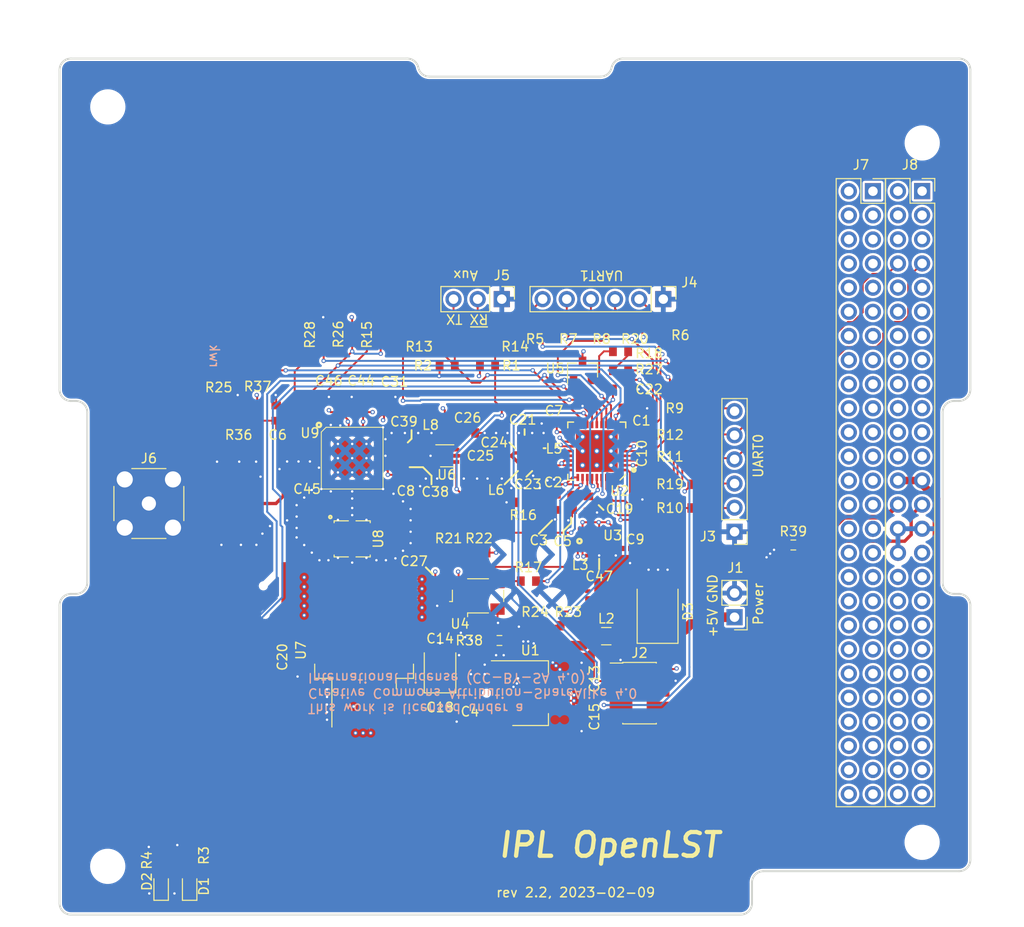
<source format=kicad_pcb>
(kicad_pcb (version 20211014) (generator pcbnew)
  (title_block (title "OpenLST") (date "2018-07-08") (rev "1"))
  (layers (0 "F.Cu" signal) (1 "In1.Cu" power) (2 "In2.Cu" power) (31 "B.Cu" signal) (34 "B.Paste" user) (35 "F.Paste" user) (36 "B.SilkS" user "B.Silkscreen") (37 "F.SilkS" user "F.Silkscreen") (38 "B.Mask" user) (39 "F.Mask" user) (44 "Edge.Cuts" user))
  (net 0 "")
  (net 1 "/3V3_FILT")
  (net 2 "GND")
  (net 3 "+5V")
  (net 4 "+3V3")
  (net 5 "Net-(C19-Pad1)")
  (net 6 "VCC_3V6")
  (net 7 "Net-(C21-Pad2)")
  (net 8 "Net-(C22-Pad1)")
  (net 9 "Net-(C23-Pad2)")
  (net 10 "Net-(C24-Pad1)")
  (net 11 "Net-(C24-Pad2)")
  (net 12 "Net-(C25-Pad2)")
  (net 13 "Net-(C26-Pad1)")
  (net 14 "Net-(C38-Pad1)")
  (net 15 "Net-(C38-Pad2)")
  (net 16 "Net-(C39-Pad1)")
  (net 17 "Net-(C39-Pad2)")
  (net 18 "/PA_VAPC")
  (net 19 "Net-(C45-Pad1)")
  (net 20 "Net-(C45-Pad2)")
  (net 21 "Net-(D1-Pad2)")
  (net 22 "Net-(D2-Pad2)")
  (net 23 "Net-(D3-Pad1)")
  (net 24 "/PROG_DC")
  (net 25 "/PROG_DD")
  (net 26 "/~{LST_RESET}")
  (net 27 "/UART0_RTS")
  (net 28 "Net-(J3-Pad3)")
  (net 29 "/UART0_RX")
  (net 30 "/UART0_TX")
  (net 31 "/UART0_CTS")
  (net 32 "/UART1_RTS")
  (net 33 "Net-(J4-Pad3)")
  (net 34 "/UART1_RX")
  (net 35 "/UART1_TX")
  (net 36 "/UART1_CTS")
  (net 37 "/~{LST_RX_MODE}")
  (net 38 "Net-(R3-Pad2)")
  (net 39 "Net-(R4-Pad2)")
  (net 40 "Net-(R5-Pad1)")
  (net 41 "Net-(R6-Pad1)")
  (net 42 "Net-(R7-Pad1)")
  (net 43 "Net-(R8-Pad1)")
  (net 44 "Net-(R9-Pad1)")
  (net 45 "Net-(R10-Pad1)")
  (net 46 "Net-(R11-Pad1)")
  (net 47 "Net-(R12-Pad1)")
  (net 48 "/RF_EN")
  (net 49 "Net-(R15-Pad2)")
  (net 50 "Net-(R16-Pad2)")
  (net 51 "Net-(R17-Pad1)")
  (net 52 "Net-(R17-Pad2)")
  (net 53 "/AN0")
  (net 54 "/AN1")
  (net 55 "/RF_BYP")
  (net 56 "Net-(U8-Pad2)")
  (net 57 "Net-(J5-Pad2)")
  (net 58 "Net-(J5-Pad3)")
  (net 59 "Net-(R25-Pad2)")
  (net 60 "Net-(U8-Pad6)")
  (net 61 "Net-(C13-Pad1)")
  (net 62 "5V_VIN")
  (net 63 "Net-(U9-Pad16)")
  (net 64 "Net-(U9-Pad14)")
  (net 65 "Net-(U9-Pad25)")
  (net 66 "/LST_TX_MODE")
  (net 146 "Net-(J8-Pad27)")
  (net 173 "Net-(U3-Pad10)")
  (net 174 "Net-(U3-Pad13)")
  (footprint "openlst:TI_CC_QFN36" (layer "F.Cu") (at 100.0738 139.0054 180)
    (fp_text reference "U2")
    (fp_text value "CC1110")
  )
  (footprint "openlst:SAW-8_3.8mm" (layer "F.Cu") (at 74.3238 148.2554 -90)
    (fp_text reference "U8")
    (fp_text value "STA1120A")
  )
  (footprint "openlst:Qorvo_LGA_28_ThermalVias" (layer "F.Cu") (at 74.3238 139.7554)
    (fp_text reference "U9")
    (fp_text value "RFFM6406")
  )
  (footprint "archive:C_0603_1608Metric" (layer "F.Cu") (at 103.5738 134.5054)
    (fp_text reference "C1")
    (fp_text value "0.1u")
  )
  (footprint "archive:C_0402_1005Metric" (layer "F.Cu") (at 95.4738 140.9054 -90)
    (fp_text reference "C2")
    (fp_text value "220p")
  )
  (footprint "archive:C_0603_1608Metric" (layer "F.Cu") (at 95.7738 144.4054 -90)
    (fp_text reference "C3")
    (fp_text value "0.1u")
  )
  (footprint "archive:C_0603_1608Metric" (layer "F.Cu") (at 86.6738 164.3054 90)
    (fp_text reference "C4")
    (fp_text value "10u")
  )
  (footprint "archive:C_0603_1608Metric" (layer "F.Cu") (at 97.4738 144.4054 -90)
    (fp_text reference "C5")
    (fp_text value "0.1u")
  )
  (footprint "archive:C_0603_1608Metric" (layer "F.Cu") (at 66.3238 135.0054 90)
    (fp_text reference "C6")
    (fp_text value "0.1u")
  )
  (footprint "archive:C_0402_1005Metric" (layer "F.Cu") (at 95.4738 136.1054 180)
    (fp_text reference "C7")
    (fp_text value "220p")
  )
  (footprint "archive:C_0603_1608Metric" (layer "F.Cu") (at 79.8238 141.7554)
    (fp_text reference "C8")
    (fp_text value "0.1u")
  )
  (footprint "archive:C_0603_1608Metric" (layer "F.Cu") (at 102.0738 148.2554 90)
    (fp_text reference "C9")
    (fp_text value "1u")
  )
  (footprint "archive:C_0603_1608Metric" (layer "F.Cu") (at 104.8238 142.2554 -90)
    (fp_text reference "C10")
    (fp_text value "0.1u")
  )
  (footprint "archive:C_0603_1608Metric" (layer "F.Cu") (at 98.5738 163.0054 90)
    (fp_text reference "C13")
    (fp_text value "10u")
  )
  (footprint "archive:CP_EIA-3528-15_AVX-H" (layer "F.Cu") (at 83.5738 162.0054 90)
    (fp_text reference "C14")
    (fp_text value "100u")
  )
  (footprint "archive:C_0603_1608Metric" (layer "F.Cu") (at 98.5738 167.0054 -90)
    (fp_text reference "C15")
    (fp_text value "0.1u")
  )
  (footprint "archive:C_0603_1608Metric" (layer "F.Cu") (at 83.5738 167.5054)
    (fp_text reference "C18")
    (fp_text value "10u")
  )
  (footprint "archive:C_0603_1608Metric" (layer "F.Cu") (at 99.1988 144.5804 -90)
    (fp_text reference "C19")
    (fp_text value "1n")
  )
  (footprint "archive:C_0603_1608Metric" (layer "F.Cu") (at 68.5738 161.0054 -90)
    (fp_text reference "C20")
    (fp_text value "22u")
  )
  (footprint "archive:C_0402_1005Metric" (layer "F.Cu") (at 92.3738 138.0054)
    (fp_text reference "C21")
    (fp_text value "220p")
  )
  (footprint "archive:C_0603_1608Metric" (layer "F.Cu") (at 102.5738 132.5054)
    (fp_text reference "C22")
    (fp_text value "1n")
  )
  (footprint "archive:C_0402_1005Metric" (layer "F.Cu") (at 93.9738 140.8054 90)
    (fp_text reference "C23")
    (fp_text value "3.9p")
  )
  (footprint "archive:C_0402_1005Metric" (layer "F.Cu") (at 92.3738 139.2054 180)
    (fp_text reference "C24")
    (fp_text value "3.9p")
  )
  (footprint "archive:C_0402_1005Metric" (layer "F.Cu") (at 90.1738 139.5054 180)
    (fp_text reference "C25")
    (fp_text value "220p")
  )
  (footprint "archive:C_0603_1608Metric" (layer "F.Cu") (at 86.4738 137.1054)
    (fp_text reference "C26")
    (fp_text value "0.1u")
  )
  (footprint "archive:C_0603_1608Metric" (layer "F.Cu") (at 83.0738 153.5054 -90)
    (fp_text reference "C27")
    (fp_text value "0.1u")
  )
  (footprint "archive:C_0603_1608Metric" (layer "F.Cu") (at 77.6738 134.1054 90)
    (fp_text reference "C31")
    (fp_text value "0.1u")
  )
  (footprint "archive:C_0402_1005Metric" (layer "F.Cu") (at 79.3238 140.2554 180)
    (fp_text reference "C38")
    (fp_text value "220p")
  )
  (footprint "archive:C_0402_1005Metric" (layer "F.Cu") (at 79.3238 138.7554 180)
    (fp_text reference "C39")
    (fp_text value "220p")
  )
  (footprint "archive:C_0603_1608Metric" (layer "F.Cu") (at 75.2738 134.1054 90)
    (fp_text reference "C44")
    (fp_text value "1u")
  )
  (footprint "archive:C_0402_1005Metric" (layer "F.Cu") (at 69.5738 141.7554)
    (fp_text reference "C45")
    (fp_text value "220p")
  )
  (footprint "archive:C_0603_1608Metric" (layer "F.Cu") (at 73.0738 134.1054 90)
    (fp_text reference "C46")
    (fp_text value "1u")
  )
  (footprint "archive:C_0603_1608Metric" (layer "F.Cu") (at 100.3238 148.2554 90)
    (fp_text reference "C47")
    (fp_text value "1u")
  )
  (footprint "archive:LED_0603_1608Metric" (layer "F.Cu") (at 57.2136 184.8538 90)
    (fp_text reference "D1")
    (fp_text value "LED")
  )
  (footprint "archive:LED_0603_1608Metric" (layer "F.Cu") (at 54.2136 184.8538 90)
    (fp_text reference "D2")
    (fp_text value "LED")
  )
  (footprint "archive:D_SMB" (layer "F.Cu") (at 106.4738 155.7054 90)
    (fp_text reference "D3")
    (fp_text value "STPS340U")
  )
  (footprint "archive:PinHeader_1x02_P2.54mm_Vertical" (layer "F.Cu") (at 114.5738 156.5054 180)
    (fp_text reference "J1")
    (fp_text value "5VDC")
  )
  (footprint "archive:PinHeader_2x05_P1.27mm_Vertical_SMD" (layer "F.Cu") (at 104.5738 164.5054)
    (fp_text reference "J2")
    (fp_text value "CC Prog/Debug")
  )
  (footprint "archive:PinHeader_1x06_P2.54mm_Vertical" (layer "F.Cu") (at 114.5738 147.5054 180)
    (fp_text reference "J3")
    (fp_text value "UART0")
  )
  (footprint "archive:PinHeader_1x06_P2.54mm_Vertical" (layer "F.Cu") (at 107.0738 123.0054 -90)
    (fp_text reference "J4")
    (fp_text value "UART1")
  )
  (footprint "archive:PinHeader_1x03_P2.54mm_Vertical" (layer "F.Cu") (at 90.0738 123.0054 -90)
    (fp_text reference "J5")
    (fp_text value "Control Outputs")
  )
  (footprint "archive:L_1206_3216Metric" (layer "F.Cu") (at 101.0738 158.5054)
    (fp_text reference "L2")
    (fp_text value "Z=500 @ 100M")
  )
  (footprint "archive:L_0603_1608Metric" (layer "F.Cu") (at 98.5738 148.2554 90)
    (fp_text reference "L3")
    (fp_text value "Z=1k @ 100M")
  )
  (footprint "archive:L_0402_1005Metric" (layer "F.Cu") (at 93.9738 138.8054 -90)
    (fp_text reference "L5")
    (fp_text value "27n")
  )
  (footprint "archive:L_0402_1005Metric" (layer "F.Cu") (at 92.3738 140.4054 180)
    (fp_text reference "L6")
    (fp_text value "27n")
  )
  (footprint "archive:L_0603_1608Metric" (layer "F.Cu") (at 84.0738 136.3054 -90)
    (fp_text reference "L8")
    (fp_text value "Z=1k @ 100M")
  )
  (footprint "archive:R_0603_1608Metric" (layer "F.Cu") (at 88.5738 130.0054)
    (fp_text reference "R1")
    (fp_text value "1K")
  )
  (footprint "archive:R_0603_1608Metric" (layer "F.Cu") (at 84.3238 130.0054)
    (fp_text reference "R2")
    (fp_text value "1K")
  )
  (footprint "archive:R_0603_1608Metric" (layer "F.Cu") (at 57.2136 181.6038 90)
    (fp_text reference "R3")
    (fp_text value "1K")
  )
  (footprint "archive:R_0603_1608Metric" (layer "F.Cu") (at 54.2136 181.6038 90)
    (fp_text reference "R4")
    (fp_text value "1K")
  )
  (footprint "archive:R_0603_1608Metric" (layer "F.Cu") (at 93.5738 126.0054 180)
    (fp_text reference "R5")
    (fp_text value "100")
  )
  (footprint "archive:R_0603_1608Metric" (layer "F.Cu") (at 107.0738 126.7554 90)
    (fp_text reference "R6")
    (fp_text value "100")
  )
  (footprint "archive:R_0603_1608Metric" (layer "F.Cu") (at 97.0738 126.0054 180)
    (fp_text reference "R7")
    (fp_text value "100")
  )
  (footprint "archive:R_0603_1608Metric" (layer "F.Cu") (at 100.5738 126.0054 180)
    (fp_text reference "R8")
    (fp_text value "100")
  )
  (footprint "archive:R_0603_1608Metric" (layer "F.Cu") (at 110.8238 134.5054)
    (fp_text reference "R9")
    (fp_text value "100")
  )
  (footprint "archive:R_0603_1608Metric" (layer "F.Cu") (at 110.8238 145.0054)
    (fp_text reference "R10")
    (fp_text value "100")
  )
  (footprint "archive:R_0603_1608Metric" (layer "F.Cu") (at 110.8238 139.7554)
    (fp_text reference "R11")
    (fp_text value "100")
  )
  (footprint "archive:R_0603_1608Metric" (layer "F.Cu") (at 110.8238 137.2554)
    (fp_text reference "R12")
    (fp_text value "100")
  )
  (footprint "archive:R_0603_1608Metric" (layer "F.Cu") (at 84.3238 128.0054 180)
    (fp_text reference "R13")
    (fp_text value "100")
  )
  (footprint "archive:R_0603_1608Metric" (layer "F.Cu") (at 88.5738 128.0054 180)
    (fp_text reference "R14")
    (fp_text value "100")
  )
  (footprint "archive:R_0603_1608Metric" (layer "F.Cu") (at 77.3238 126.7554 90)
    (fp_text reference "R15")
    (fp_text value "DNI")
  )
  (footprint "archive:R_0603_1608Metric" (layer "F.Cu") (at 92.2738 144.4054)
    (fp_text reference "R16")
    (fp_text value "56K")
  )
  (footprint "archive:R_0603_1608Metric" (layer "F.Cu") (at 92.8738 152.7054)
    (fp_text reference "R17")
    (fp_text value "100")
  )
  (footprint "archive:R_0603_1608Metric" (layer "F.Cu") (at 102.5738 128.5054)
    (fp_text reference "R18")
    (fp_text value "1K")
  )
  (footprint "archive:R_0603_1608Metric" (layer "F.Cu") (at 110.8238 142.5054)
    (fp_text reference "R19")
    (fp_text value "DNI")
  )
  (footprint "archive:R_0603_1608Metric" (layer "F.Cu") (at 104.0738 126.0054 180)
    (fp_text reference "R20")
    (fp_text value "DNI")
  )
  (footprint "archive:R_0603_1608Metric" (layer "F.Cu") (at 84.4738 149.7054 180)
    (fp_text reference "R21")
    (fp_text value "33K")
  )
  (footprint "archive:R_0603_1608Metric" (layer "F.Cu") (at 87.6738 149.7054 180)
    (fp_text reference "R22")
    (fp_text value "10K")
  )
  (footprint "archive:R_0603_1608Metric" (layer "F.Cu") (at 97.0738 157.4054)
    (fp_text reference "R23")
    (fp_text value "33K")
  )
  (footprint "archive:R_0603_1608Metric" (layer "F.Cu") (at 93.5738 157.4054)
    (fp_text reference "R24")
    (fp_text value "10K")
  )
  (footprint "archive:R_0603_1608Metric" (layer "F.Cu") (at 60.3238 135.0054 90)
    (fp_text reference "R25")
    (fp_text value "DNI")
  )
  (footprint "archive:R_0603_1608Metric" (layer "F.Cu") (at 74.3238 126.7554 -90)
    (fp_text reference "R26")
    (fp_text value "1K")
  )
  (footprint "archive:R_0603_1608Metric" (layer "F.Cu") (at 102.5738 130.5054)
    (fp_text reference "R27")
    (fp_text value "33K")
  )
  (footprint "archive:R_0603_1608Metric" (layer "F.Cu") (at 71.3238 126.7554 90)
    (fp_text reference "R28")
    (fp_text value "1K")
  )
  (footprint "archive:R_0603_1608Metric" (layer "F.Cu") (at 62.3238 135.0054 90)
    (fp_text reference "R36")
    (fp_text value "5K6")
  )
  (footprint "archive:R_0603_1608Metric" (layer "F.Cu") (at 64.3238 135.0054 -90)
    (fp_text reference "R37")
    (fp_text value "3K3")
  )
  (footprint "archive:SOT-223-3_TabPin2" (layer "F.Cu") (at 93.0738 164.5054)
    (fp_text reference "U1")
    (fp_text value "LM1117-3.3")
  )
  (footprint "archive:Oscillator_SMD_Fordahl_DFAS15-4Pin_5.0x3.2mm" (layer "F.Cu") (at 87.5738 154.2554)
    (fp_text reference "U4")
    (fp_text value "FOX924 27MHz")
  )
  (footprint "archive:SOT-23" (layer "F.Cu") (at 98.5738 130.5054 90)
    (fp_text reference "U5")
    (fp_text value "TLV803S")
  )
  (footprint "archive:SOT-363_SC-70-6" (layer "F.Cu") (at 84.3238 139.5054)
    (fp_text reference "U6")
    (fp_text value "PE4259")
  )
  (footprint "openlst:VIA-10mil" (layer "F.Cu") (at 94.4738 137.1054 180)
    (fp_text reference "REF**" hide)
    (fp_text value "VIA-10mil" hide)
  )
  (footprint "openlst:VIA-10mil" (layer "F.Cu") (at 74.3238 144.0054 180)
    (fp_text reference "REF**" hide)
    (fp_text value "VIA-10mil" hide)
  )
  (footprint "openlst:VIA-10mil" (layer "F.Cu") (at 78.6738 143.5054 180)
    (fp_text reference "REF**" hide)
    (fp_text value "VIA-10mil" hide)
  )
  (footprint "openlst:VIA-10mil" (layer "F.Cu") (at 79.6738 144.3054 180)
    (fp_text reference "REF**" hide)
    (fp_text value "VIA-10mil" hide)
  )
  (footprint "openlst:VIA-10mil" (layer "F.Cu") (at 80.4738 146.3054 180)
    (fp_text reference "REF**" hide)
    (fp_text value "VIA-10mil" hide)
  )
  (footprint "openlst:VIA-10mil" (layer "F.Cu") (at 80.4738 147.5054 180)
    (fp_text reference "REF**" hide)
    (fp_text value "VIA-10mil" hide)
  )
  (footprint "openlst:VIA-10mil" (layer "F.Cu") (at 70.0738 149.7054 180)
    (fp_text reference "REF**" hide)
    (fp_text value "VIA-10mil" hide)
  )
  (footprint "openlst:VIA-10mil" (layer "F.Cu") (at 64.8738 147.7054 180)
    (fp_text reference "REF**" hide)
    (fp_text value "VIA-10mil" hide)
  )
  (footprint "openlst:VIA-10mil" (layer "F.Cu") (at 78.8738 150.3054 180)
    (fp_text reference "REF**" hide)
    (fp_text value "VIA-10mil" hide)
  )
  (footprint "openlst:VIA-10mil" (layer "F.Cu") (at 77.8738 150.5054 180)
    (fp_text reference "REF**" hide)
    (fp_text value "VIA-10mil" hide)
  )
  (footprint "openlst:VIA-10mil" (layer "F.Cu") (at 70.0738 143.1054 180)
    (fp_text reference "REF**" hide)
    (fp_text value "VIA-10mil" hide)
  )
  (footprint "openlst:VIA-10mil" (layer "F.Cu") (at 68.4738 145.9054 180)
    (fp_text reference "REF**" hide)
    (fp_text value "VIA-10mil" hide)
  )
  (footprint "openlst:VIA-10mil" (layer "F.Cu") (at 68.4738 147.1054 180)
    (fp_text reference "REF**" hide)
    (fp_text value "VIA-10mil" hide)
  )
  (footprint "openlst:VIA-10mil" (layer "F.Cu") (at 68.4738 148.1054 180)
    (fp_text reference "REF**" hide)
    (fp_text value "VIA-10mil" hide)
  )
  (footprint "openlst:VIA-10mil" (layer "F.Cu") (at 71.8238 150.5054 180)
    (fp_text reference "REF**" hide)
    (fp_text value "VIA-10mil" hide)
  )
  (footprint "openlst:VIA-10mil" (layer "F.Cu") (at 67.4738 146.3054 180)
    (fp_text reference "REF**" hide)
    (fp_text value "VIA-10mil" hide)
  )
  (footprint "openlst:VIA-10mil" (layer "F.Cu") (at 69.8738 140.1054 180)
    (fp_text reference "REF**" hide)
    (fp_text value "VIA-10mil" hide)
  )
  (footprint "openlst:VIA-10mil" (layer "F.Cu") (at 68.6738 140.1054 180)
    (fp_text reference "REF**" hide)
    (fp_text value "VIA-10mil" hide)
  )
  (footprint "openlst:VIA-10mil" (layer "F.Cu") (at 66.6738 140.9054 180)
    (fp_text reference "REF**" hide)
    (fp_text value "VIA-10mil" hide)
  )
  (footprint "openlst:VIA-10mil" (layer "F.Cu") (at 64.6738 141.7054 180)
    (fp_text reference "REF**" hide)
    (fp_text value "VIA-10mil" hide)
  )
  (footprint "openlst:VIA-10mil" (layer "F.Cu") (at 69.2738 143.9054 180)
    (fp_text reference "REF**" hide)
    (fp_text value "VIA-10mil" hide)
  )
  (footprint "openlst:VIA-10mil" (layer "F.Cu") (at 70.8738 150.5054 180)
    (fp_text reference "REF**" hide)
    (fp_text value "VIA-10mil" hide)
  )
  (footprint "openlst:VIA-10mil" (layer "F.Cu") (at 80.4738 148.7054 180)
    (fp_text reference "REF**" hide)
    (fp_text value "VIA-10mil" hide)
  )
  (footprint "openlst:VIA-10mil" (layer "F.Cu") (at 74.3238 145.0054 180)
    (fp_text reference "REF**" hide)
    (fp_text value "VIA-10mil" hide)
  )
  (footprint "openlst:VIA-10mil" (layer "F.Cu") (at 82.0738 141.9054 180)
    (fp_text reference "REF**" hide)
    (fp_text value "VIA-10mil" hide)
  )
  (footprint "openlst:VIA-10mil" (layer "F.Cu") (at 83.2738 141.9054 180)
    (fp_text reference "REF**" hide)
    (fp_text value "VIA-10mil" hide)
  )
  (footprint "openlst:VIA-10mil" (layer "F.Cu") (at 84.6738 141.9054 180)
    (fp_text reference "REF**" hide)
    (fp_text value "VIA-10mil" hide)
  )
  (footprint "openlst:VIA-10mil" (layer "F.Cu") (at 86.0738 141.9054 180)
    (fp_text reference "REF**" hide)
    (fp_text value "VIA-10mil" hide)
  )
  (footprint "openlst:VIA-10mil" (layer "F.Cu") (at 87.4738 141.9054 180)
    (fp_text reference "REF**" hide)
    (fp_text value "VIA-10mil" hide)
  )
  (footprint "openlst:VIA-10mil" (layer "F.Cu") (at 88.5738 141.9054 180)
    (fp_text reference "REF**" hide)
    (fp_text value "VIA-10mil" hide)
  )
  (footprint "openlst:VIA-10mil" (layer "F.Cu") (at 90.0738 141.9054 180)
    (fp_text reference "REF**" hide)
    (fp_text value "VIA-10mil" hide)
  )
  (footprint "openlst:VIA-10mil" (layer "F.Cu") (at 91.0738 142.9054 180)
    (fp_text reference "REF**" hide)
    (fp_text value "VIA-10mil" hide)
  )
  (footprint "openlst:VIA-10mil" (layer "F.Cu") (at 92.4738 142.9054 180)
    (fp_text reference "REF**" hide)
    (fp_text value "VIA-10mil" hide)
  )
  (footprint "openlst:VIA-10mil" (layer "F.Cu") (at 94.0738 142.9054 180)
    (fp_text reference "REF**" hide)
    (fp_text value "VIA-10mil" hide)
  )
  (footprint "openlst:VIA-10mil" (layer "F.Cu") (at 94.8738 142.1054 180)
    (fp_text reference "REF**" hide)
    (fp_text value "VIA-10mil" hide)
  )
  (footprint "openlst:VIA-10mil" (layer "F.Cu") (at 78.4738 137.1054 180)
    (fp_text reference "REF**" hide)
    (fp_text value "VIA-10mil" hide)
  )
  (footprint "openlst:VIA-10mil" (layer "F.Cu") (at 79.8738 137.1054 180)
    (fp_text reference "REF**" hide)
    (fp_text value "VIA-10mil" hide)
  )
  (footprint "openlst:VIA-10mil" (layer "F.Cu") (at 81.2738 137.1054 180)
    (fp_text reference "REF**" hide)
    (fp_text value "VIA-10mil" hide)
  )
  (footprint "openlst:VIA-10mil" (layer "F.Cu") (at 82.6738 137.1054 180)
    (fp_text reference "REF**" hide)
    (fp_text value "VIA-10mil" hide)
  )
  (footprint "openlst:VIA-10mil" (layer "F.Cu") (at 89.4738 137.1054 180)
    (fp_text reference "REF**" hide)
    (fp_text value "VIA-10mil" hide)
  )
  (footprint "openlst:VIA-10mil" (layer "F.Cu") (at 90.6738 137.1054 180)
    (fp_text reference "REF**" hide)
    (fp_text value "VIA-10mil" hide)
  )
  (footprint "openlst:VIA-10mil" (layer "F.Cu") (at 91.8738 137.1054 180)
    (fp_text reference "REF**" hide)
    (fp_text value "VIA-10mil" hide)
  )
  (footprint "openlst:VIA-10mil" (layer "F.Cu") (at 93.2738 137.1054 180)
    (fp_text reference "REF**" hide)
    (fp_text value "VIA-10mil" hide)
  )
  (footprint "openlst:VIA-10mil" (layer "F.Cu") (at 80.4738 145.1054 180)
    (fp_text reference "REF**" hide)
    (fp_text value "VIA-10mil" hide)
  )
  (footprint "openlst:VIA-10mil" (layer "F.Cu") (at 79.6738 149.5054 180)
    (fp_text reference "REF**" hide)
    (fp_text value "VIA-10mil" hide)
  )
  (footprint "openlst:VIA-10mil" (layer "F.Cu") (at 76.8738 150.5054 180)
    (fp_text reference "REF**" hide)
    (fp_text value "VIA-10mil" hide)
  )
  (footprint "openlst:VIA-10mil" (layer "F.Cu") (at 69.2738 148.9054 180)
    (fp_text reference "REF**" hide)
    (fp_text value "VIA-10mil" hide)
  )
  (footprint "openlst:VIA-10mil" (layer "F.Cu") (at 68.4738 144.7054 180)
    (fp_text reference "REF**" hide)
    (fp_text value "VIA-10mil" hide)
  )
  (footprint "openlst:VIA-10mil" (layer "F.Cu") (at 65.6738 146.9054 180)
    (fp_text reference "REF**" hide)
    (fp_text value "VIA-10mil" hide)
  )
  (footprint "openlst:VIA-10mil" (layer "F.Cu") (at 67.4738 140.1054 180)
    (fp_text reference "REF**" hide)
    (fp_text value "VIA-10mil" hide)
  )
  (footprint "openlst:VIA-10mil" (layer "F.Cu") (at 69.2738 156.3054 180)
    (fp_text reference "REF**" hide)
    (fp_text value "VIA-10mil" hide)
  )
  (footprint "openlst:VIA-10mil" (layer "F.Cu") (at 81.6738 156.5054 180)
    (fp_text reference "REF**" hide)
    (fp_text value "VIA-10mil" hide)
  )
  (footprint "openlst:VIA-10mil" (layer "F.Cu") (at 69.2738 155.3054 180)
    (fp_text reference "REF**" hide)
    (fp_text value "VIA-10mil" hide)
  )
  (footprint "openlst:VIA-10mil" (layer "F.Cu") (at 81.6738 155.5054 180)
    (fp_text reference "REF**" hide)
    (fp_text value "VIA-10mil" hide)
  )
  (footprint "openlst:VIA-10mil" (layer "F.Cu") (at 69.2738 154.3054 180)
    (fp_text reference "REF**" hide)
    (fp_text value "VIA-10mil" hide)
  )
  (footprint "openlst:VIA-10mil" (layer "F.Cu") (at 81.6738 154.5054 180)
    (fp_text reference "REF**" hide)
    (fp_text value "VIA-10mil" hide)
  )
  (footprint "openlst:VIA-10mil" (layer "F.Cu") (at 69.2738 153.3054 180)
    (fp_text reference "REF**" hide)
    (fp_text value "VIA-10mil" hide)
  )
  (footprint "openlst:VIA-10mil" (layer "F.Cu") (at 81.6738 153.5054 180)
    (fp_text reference "REF**" hide)
    (fp_text value "VIA-10mil" hide)
  )
  (footprint "openlst:VIA-10mil" (layer "F.Cu") (at 69.2738 152.3054 180)
    (fp_text reference "REF**" hide)
    (fp_text value "VIA-10mil" hide)
  )
  (footprint "openlst:VIA-10mil" (layer "F.Cu") (at 81.6738 152.5054 180)
    (fp_text reference "REF**" hide)
    (fp_text value "VIA-10mil" hide)
  )
  (footprint "openlst:VIA-10mil" (layer "F.Cu") (at 71.8738 134.7054 180)
    (fp_text reference "REF**" hide)
    (fp_text value "VIA-10mil" hide)
  )
  (footprint "openlst:VIA-10mil" (layer "F.Cu") (at 76.4738 134.9054 180)
    (fp_text reference "REF**" hide)
    (fp_text value "VIA-10mil" hide)
  )
  (footprint "openlst:VIA-10mil" (layer "F.Cu") (at 75.4738 135.9054 180)
    (fp_text reference "REF**" hide)
    (fp_text value "VIA-10mil" hide)
  )
  (footprint "openlst:VIA-10mil" (layer "F.Cu") (at 73.8738 135.9054 180)
    (fp_text reference "REF**" hide)
    (fp_text value "VIA-10mil" hide)
  )
  (footprint "openlst:VIA-10mil" (layer "F.Cu") (at 78.0738 141.5054 180)
    (fp_text reference "REF**" hide)
    (fp_text value "VIA-10mil" hide)
  )
  (footprint "openlst:VIA-10mil" (layer "F.Cu") (at 74.6738 168.7054 180)
    (fp_text reference "REF**" hide)
    (fp_text value "VIA-10mil" hide)
  )
  (footprint "openlst:VIA-10mil" (layer "F.Cu") (at 75.4738 168.7054 180)
    (fp_text reference "REF**" hide)
    (fp_text value "VIA-10mil" hide)
  )
  (footprint "openlst:VIA-10mil" (layer "F.Cu") (at 76.2738 168.7054 180)
    (fp_text reference "REF**" hide)
    (fp_text value "VIA-10mil" hide)
  )
  (footprint "openlst:VIA-10mil" (layer "F.Cu") (at 71.6738 166.5054 180)
    (fp_text reference "REF**" hide)
    (fp_text value "VIA-10mil" hide)
  )
  (footprint "openlst:VIA-10mil" (layer "F.Cu") (at 71.6738 165.7054 180)
    (fp_text reference "REF**" hide)
    (fp_text value "VIA-10mil" hide)
  )
  (footprint "openlst:VIA-10mil" (layer "F.Cu") (at 71.6738 164.9054 180)
    (fp_text reference "REF**" hide)
    (fp_text value "VIA-10mil" hide)
  )
  (footprint "openlst:VIA-10mil" (layer "F.Cu") (at 71.6738 164.1054 180)
    (fp_text reference "REF**" hide)
    (fp_text value "VIA-10mil" hide)
  )
  (footprint "openlst:VIA-10mil" (layer "F.Cu") (at 71.6738 167.3054 180)
    (fp_text reference "REF**" hide)
    (fp_text value "VIA-10mil" hide)
  )
  (footprint "openlst:VIA-10mil" (layer "F.Cu") (at 88.2738 162.5054 180)
    (fp_text reference "REF**" hide)
    (fp_text value "VIA-10mil" hide)
  )
  (footprint "openlst:VIA-10mil" (layer "F.Cu") (at 88.2738 161.5054 180)
    (fp_text reference "REF**" hide)
    (fp_text value "VIA-10mil" hide)
  )
  (footprint "openlst:VIA-10mil" (layer "F.Cu") (at 89.4738 160.5054 180)
    (fp_text reference "REF**" hide)
    (fp_text value "VIA-10mil" hide)
  )
  (footprint "openlst:VIA-10mil" (layer "F.Cu") (at 90.2738 160.5054 180)
    (fp_text reference "REF**" hide)
    (fp_text value "VIA-10mil" hide)
  )
  (footprint "openlst:VIA-10mil" (layer "F.Cu") (at 105.5238 151.5054 180)
    (fp_text reference "REF**" hide)
    (fp_text value "VIA-10mil" hide)
  )
  (footprint "openlst:VIA-10mil" (layer "F.Cu") (at 106.5238 151.5054 180)
    (fp_text reference "REF**" hide)
    (fp_text value "VIA-10mil" hide)
  )
  (footprint "openlst:VIA-10mil" (layer "F.Cu") (at 107.5238 151.5054 180)
    (fp_text reference "REF**" hide)
    (fp_text value "VIA-10mil" hide)
  )
  (footprint "openlst:VIA-10mil" (layer "F.Cu") (at 98.0738 150.1054 180)
    (fp_text reference "REF**" hide)
    (fp_text value "VIA-10mil" hide)
  )
  (footprint "custom_connectors:PinSocket_2x26_P2.54mm_Vertical" (layer "F.Cu") (at 129.1464 111.6394)
    (fp_text reference "J7")
    (fp_text value "PC104-1")
  )
  (footprint "MountingHole:MountingHole_3.2mm_M3" (layer "F.Cu") (at 48.590655 182.747256)
    (fp_text reference "REF4")
    (fp_text value "MountingHole_3.2mm_M3" hide)
  )
  (footprint "coax:SMA_Amphenol_132134_Vertical" (layer "F.Cu") (at 52.921 144.5324)
    (fp_text reference "J6")
    (fp_text value "ANT")
  )
  (footprint "openlst:Qorvo_LGA_28" (layer "F.Cu") (at 101.7482 151.8912)
    (fp_text reference "U3")
    (fp_text value "RFFM6406")
  )
  (footprint "MountingHole:MountingHole_3.2mm_M3" (layer "F.Cu") (at 134.330655 106.557256)
    (fp_text reference "REF2")
    (fp_text value "MountingHole_3.2mm_M3" hide)
  )
  (footprint "resistor_smd:R_0603_1608Metric_Pad0.98x0.95mm_HandSolder" (layer "F.Cu") (at 89.8272 158.9596 180)
    (fp_text reference "R38")
    (fp_text value "DNI")
  )
  (footprint "MountingHole:MountingHole_3.2mm_M3" (layer "F.Cu") (at 48.600655 102.757256)
    (fp_text reference "REF1")
    (fp_text value "MountingHole_3.2mm_M3" hide)
  )
  (footprint "TO_SOT_SMD:TO-263-3_TabPin2" (layer "F.Cu") (at 75.5778 159.9978 90)
    (fp_text reference "U7")
    (fp_text value "LT1685CM-3.6")
  )
  (footprint "MountingHole:MountingHole_3.2mm_M3" (layer "F.Cu") (at 134.320655 180.217256)
    (fp_text reference "REF3")
    (fp_text value "MountingHole_3.2mm_M3" hide)
  )
  (footprint "custom_connectors:PinSocket_2x26_P2.54mm_Vertical" (layer "F.Cu") (at 134.320655 111.627256)
    (fp_text reference "J8")
    (fp_text value "PC104-2")
  )
  (footprint "resistor_smd:R_0603_1608Metric_Pad0.98x0.95mm_HandSolder" (layer "F.Cu") (at 120.7644 148.9012)
    (fp_text reference "R39")
    (fp_text value "DNI")
  )
  (gr_line (start 81.7738 140.7054) (end 80.3738 140.7054) (layer "F.SilkS") (width 0.2))
  (gr_line (start 82.0738 151.2554) (end 82.7738 151.9554) (layer "F.SilkS") (width 0.2))
  (gr_line (start 96.5738 147.4054) (end 97.3738 146.6054) (layer "F.SilkS") (width 0.2))
  (gr_line (start 90.3738 142.5054) (end 91.7738 141.1054) (layer "F.SilkS") (width 0.2))
  (gr_line (start 100.7738 145.2054) (end 100.2738 144.7054) (layer "F.SilkS") (width 0.2))
  (gr_line (start 80.5738 136.8054) (end 80.5738 137.7054) (layer "F.SilkS") (width 0.2))
  (gr_line (start 91.4738 138.7054) (end 90.8738 138.1054) (layer "F.SilkS") (width 0.2))
  (gr_line (start 82.6738 142.5054) (end 82.6738 141.6054) (layer "F.SilkS") (width 0.2))
  (gr_line (start 97.3738 146.6054) (end 97.3738 146.0054) (layer "F.SilkS") (width 0.2))
  (gr_line (start 93.9738 147.7054) (end 95.3738 146.3054) (layer "F.SilkS") (width 0.2))
  (gr_line (start 100.3238 151.4554) (end 100.3238 150.3554) (layer "F.SilkS") (width 0.2))
  (gr_line (start 92.6738 141.7054) (end 93.2738 141.1054) (layer "F.SilkS") (width 0.2))
  (gr_line (start 82.7738 151.9554) (end 82.7738 152.0054) (layer "F.SilkS") (width 0.2))
  (gr_line (start 92.4738 136.7054) (end 92.4738 137.3054) (layer "F.SilkS") (width 0.2))
  (gr_line (start 97.3738 146.0054) (end 97.3738 146.1054) (layer "F.SilkS") (width 0.2))
  (gr_line (start 82.6738 141.6054) (end 81.7738 140.7054) (layer "F.SilkS") (width 0.2))
  (gr_line (start 96.5738 147.8054) (end 96.5738 147.4054) (layer "F.SilkS") (width 0.2))
  (gr_line (start 80.5738 137.7054) (end 80.1738 138.1054) (layer "F.SilkS") (width 0.2))
  (gr_line (start 94.6738 138.7054) (end 94.4738 138.7054) (layer "F.SilkS") (width 0.2))
  (gr_arc (start 44.710855 187.833455) (mid 43.866711 187.483799) (end 43.517055 186.639655) (layer "Edge.Cuts") (width 0.2))
  (gr_line (start 43.517055 155.245255) (end 43.517055 186.639655) (layer "Edge.Cuts") (width 0.2))
  (gr_line (start 139.402054 182.067655) (end 139.402054 155.245255) (layer "Edge.Cuts") (width 0.2))
  (gr_arc (start 116.415055 186.639655) (mid 116.065399 187.483799) (end 115.221255 187.833455) (layer "Edge.Cuts") (width 0.2))
  (gr_arc (start 43.517056 155.245255) (mid 43.866712 154.401112) (end 44.710855 154.051456) (layer "Edge.Cuts") (width 0.2))
  (gr_arc (start 139.402056 182.067655) (mid 139.0524 182.9118) (end 138.208255 183.261456) (layer "Edge.Cuts") (width 0.2))
  (gr_arc (start 101.631659 98.615169) (mid 102.046946 97.931469) (end 102.800655 97.663456) (layer "Edge.Cuts") (width 0.2))
  (gr_arc (start 137.674855 154.051456) (mid 136.83071 153.7018) (end 136.481054 152.857655) (layer "Edge.Cuts") (width 0.2))
  (gr_line (start 82.456772 99.568455) (end 100.462337 99.568455) (layer "Edge.Cuts") (width 0.2))
  (gr_arc (start 43.517055 98.857256) (mid 43.866711 98.013112) (end 44.710855 97.663456) (layer "Edge.Cuts") (width 0.2))
  (gr_line (start 44.710855 154.051456) (end 45.244255 154.051456) (layer "Edge.Cuts") (width 0.2))
  (gr_arc (start 46.438056 152.857656) (mid 46.088399 153.7018) (end 45.244254 154.051456) (layer "Edge.Cuts") (width 0.2))
  (gr_line (start 139.402054 132.537655) (end 139.402054 98.857256) (layer "Edge.Cuts") (width 0.2))
  (gr_line (start 138.208255 183.261456) (end 117.608854 183.261456) (layer "Edge.Cuts") (width 0.2))
  (gr_line (start 43.517055 98.857256) (end 43.517055 132.537655) (layer "Edge.Cuts") (width 0.2))
  (gr_arc (start 136.481055 134.925256) (mid 136.830711 134.081112) (end 137.674855 133.731456) (layer "Edge.Cuts") (width 0.2))
  (gr_line (start 138.208255 133.731456) (end 137.674855 133.731456) (layer "Edge.Cuts") (width 0.2))
  (gr_line (start 46.438055 152.857655) (end 46.438055 134.925256) (layer "Edge.Cuts") (width 0.2))
  (gr_arc (start 139.402056 132.537655) (mid 139.0524 133.3818) (end 138.208255 133.731456) (layer "Edge.Cuts") (width 0.2))
  (gr_line (start 45.244255 133.731456) (end 44.710855 133.731456) (layer "Edge.Cuts") (width 0.2))
  (gr_arc (start 82.455967 99.568456) (mid 81.702439 99.299935) (end 81.287613 98.615955) (layer "Edge.Cuts") (width 0.2))
  (gr_line (start 138.208255 97.663456) (end 102.800655 97.663456) (layer "Edge.Cuts") (width 0.2))
  (gr_arc (start 101.631333 98.616743) (mid 101.216046 99.300443) (end 100.462337 99.568456) (layer "Edge.Cuts") (width 0.2))
  (gr_arc (start 116.415053 184.455256) (mid 116.764709 183.611111) (end 117.608854 183.261455) (layer "Edge.Cuts") (width 0.2))
  (gr_line (start 137.674855 154.051456) (end 138.208255 154.051456) (layer "Edge.Cuts") (width 0.2))
  (gr_line (start 80.118455 97.663456) (end 44.710855 97.663456) (layer "Edge.Cuts") (width 0.2))
  (gr_arc (start 138.208255 154.051455) (mid 139.052399 154.401111) (end 139.402055 155.245255) (layer "Edge.Cuts") (width 0.2))
  (gr_line (start 136.481055 134.925256) (end 136.481055 152.857655) (layer "Edge.Cuts") (width 0.2))
  (gr_arc (start 80.119259 97.663457) (mid 80.872787 97.931978) (end 81.287613 98.615956) (layer "Edge.Cuts") (width 0.2))
  (gr_arc (start 44.710855 133.731455) (mid 43.866711 133.381799) (end 43.517055 132.537655) (layer "Edge.Cuts") (width 0.2))
  (gr_line (start 44.710855 187.833455) (end 115.221255 187.833455) (layer "Edge.Cuts") (width 0.2))
  (gr_arc (start 138.208255 97.663456) (mid 139.052399 98.013112) (end 139.402055 98.857256) (layer "Edge.Cuts") (width 0.2))
  (gr_line (start 116.415055 184.455256) (end 116.415055 186.639655) (layer "Edge.Cuts") (width 0.2))
  (gr_arc (start 45.244255 133.731456) (mid 46.088399 134.081112) (end 46.438055 134.925256) (layer "Edge.Cuts") (width 0.2))
  (gr_text "rwk" (at 59.8238 129.0054 270) (layer "B.SilkS") (effects (font (size 1 1)) (justify mirror)))
  (gr_text "This work is licensed under a\nCreative Commons Attribution-ShareAlike 4.0\nInternational License (CC-BY-SA 4.0)." (at 69.5738 164.5054 180) (layer "B.SilkS") (effects (font (size 1 1)) (justify left mirror)))
  (gr_text "~{RX}" (at 87.6738 125.1054 180) (layer "F.SilkS") (effects (font (size 1 1))))
  (gr_text "TX" (at 85.0738 125.1054 180) (layer "F.SilkS") (effects (font (size 1 1))))
  (gr_text "+5V" (at 112.2738 157.1054 90) (layer "F.SilkS") (effects (font (size 1 1))))
  (gr_text "GND" (at 112.2738 153.5054 90) (layer "F.SilkS") (effects (font (size 1 1))))
  (gr_text "Power" (at 117.0738 155.1054 90) (layer "F.SilkS") (effects (font (size 1 1))))
  (gr_text "UART1" (at 100.5738 120.5054 180) (layer "F.SilkS") (effects (font (size 1 1))))
  (gr_text "Aux" (at 86.2738 120.5054 180) (layer "F.SilkS") (effects (font (size 1 1))))
  (gr_text "UART0" (at 117.0738 139.5054 90) (layer "F.SilkS") (effects (font (size 1 1))))
  (gr_text "IPL OpenLST" (at 101.4096 180.4988) (layer "F.SilkS") (effects (font (size 2.5 2.5) (thickness 0.45) italic)))
  (gr_text "rev 2.2, 2023-02-09" (at 97.8536 185.5026) (layer "F.SilkS") (effects (font (size 1 1))))
  (segment (start 95.8613 136.9929) (end 95.8738 137.0054) (width 0.2032) (layer "F.Cu") (net 1))
  (segment (start 96.6738 140.0054) (end 96.3738 140.3054) (width 0.2032) (layer "F.Cu") (net 1))
  (segment (start 96.1613 140.5179) (end 96.3738 140.3054) (width 0.2032) (layer "F.Cu") (net 1))
  (segment (start 96.5738 140.5054) (end 96.3738 140.3054) (width 0.2032) (layer "F.Cu") (net 1))
  (segment (start 98.5738 142.4054) (end 98.3738 142.6054) (width 0.2032) (layer "F.Cu") (net 1))
  (segment (start 97.4938 141.7854) (end 96.7738 142.5054) (width 0.2032) (layer "F.Cu") (net 1))
  (segment (start 95.7738 143.1054) (end 96.3738 142.5054) (width 0.2032) (layer "F.Cu") (net 1))
  (segment (start 96.3738 142.5054) (end 96.7738 142.5054) (width 0.2032) (layer "F.Cu") (net 1))
  (segment (start 97.6738 142.6054) (end 97.5738 142.5054) (width 0.2032) (layer "F.Cu") (net 1))
  (segment (start 97.5738 142.5054) (end 96.7738 142.5054) (width 0.2032) (layer "F.Cu") (net 1))
  (segment (start 98.3738 142.7054) (end 97.4738 143.6054) (width 0.2032) (layer "F.Cu") (net 1))
  (segment (start 104.8238 140.7554) (end 104.5738 140.5054) (width 0.2032) (layer "F.Cu") (net 1))
  (segment (start 104.5738 140.5054) (end 103.8738 140.5054) (width 0.2032) (layer "F.Cu") (net 1))
  (segment (start 102.0738 135.3054) (end 102.7738 134.6054) (width 0.2032) (layer "F.Cu") (net 1))
  (segment (start 96.4238 138.5054) (end 96.2738 138.3554) (width 0.2032) (layer "F.Cu") (net 1))
  (segment (start 100.3238 146.5554) (end 100.2738 146.5054) (width 0.2032) (layer "F.Cu") (net 1))
  (segment (start 101.2738 146.5054) (end 102.0738 147.3054) (width 0.2032) (layer "F.Cu") (net 1))
  (segment (start 100.2738 146.5054) (end 98.5738 146.5054) (width 0.2032) (layer "F.Cu") (net 1))
  (segment (start 100.3238 147.4554) (end 100.3238 146.5554) (width 0.2032) (layer "F.Cu") (net 1))
  (segment (start 98.3738 142.6054) (end 98.3738 142.7054) (width 0.2032) (layer "F.Cu") (net 1))
  (segment (start 102.7738 134.5054) (end 102.7738 134.6054) (width 0.2032) (layer "F.Cu") (net 1))
  (segment (start 97.2938 140.5054) (end 96.5738 140.5054) (width 0.2032) (layer "F.Cu") (net 1))
  (segment (start 96.6738 140.0054) (end 97.2938 140.0054) (width 0.2032) (layer "F.Cu") (net 1))
  (segment (start 104.8238 140.7554) (end 104.8238 141.4554) (width 0.2032) (layer "F.Cu") (net 1))
  (segment (start 98.5738 141.7854) (end 98.5738 142.4054) (width 0.2032) (layer "F.Cu") (net 1))
  (segment (start 97.4938 141.7854) (end 98.0738 141.7854) (width 0.2032) (layer "F.Cu") (net 1))
  (segment (start 95.8613 136.1054) (end 95.8613 136.9929) (width 0.2032) (layer "F.Cu") (net 1))
  (segment (start 98.3738 142.6054) (end 97.6738 142.6054) (width 0.2032) (layer "F.Cu") (net 1))
  (segment (start 100.2738 146.5054) (end 101.2738 146.5054) (width 0.2032) (layer "F.Cu") (net 1))
  (segment (start 95.4738 140.5179) (end 96.1613 140.5179) (width 0.2032) (layer "F.Cu") (net 1))
  (segment (start 95.8738 137.0054) (end 97.2938 137.0054) (width 0.2032) (layer "F.Cu") (net 1))
  (segment (start 102.0738 136.2254) (end 102.0738 135.3054) (width 0.2032) (layer "F.Cu") (net 1))
  (segment (start 102.0738 147.4554) (end 102.0738 147.3054) (width 0.2032) (layer "F.Cu") (net 1))
  (segment (start 102.8538 140.5054) (end 103.8738 140.5054) (width 0.2032) (layer "F.Cu") (net 1))
  (segment (start 95.7738 143.6054) (end 95.7738 143.1054) (width 0.2032) (layer "F.Cu") (net 1))
  (segment (start 98.5738 147.4554) (end 98.5738 146.5054) (width 0.2032) (layer "F.Cu") (net 1))
  (segment (start 97.2938 138.5054) (end 96.4238 138.5054) (width 0.2032) (layer "F.Cu") (net 1))
  (via (at 102.0738 135.3054) (size 0.4572) (drill 0.254) (layers "F.Cu" "B.Cu") (net 1))
  (via (at 96.7738 142.5054) (size 0.4572) (drill 0.254) (layers "F.Cu" "B.Cu") (net 1))
  (via (at 103.8738 140.5054) (size 0.4572) (drill 0.254) (layers "F.Cu" "B.Cu") (net 1))
  (via (at 98.3738 142.6054) (size 0.4572) (drill 0.254) (layers "F.Cu" "B.Cu") (net 1))
  (via (at 95.8738 137.0054) (size 0.4572) (drill 0.254) (layers "F.Cu" "B.Cu") (net 1))
  (via (at 96.3738 140.3054) (size 0.4572) (drill 0.254) (layers "F.Cu" "B.Cu") (net 1))
  (via (at 100.2738 146.5054) (size 0.4572) (drill 0.254) (layers "F.Cu" "B.Cu") (net 1))
  (via (at 101.2738 146.5054) (size 0.4572) (drill 0.254) (layers "F.Cu" "B.Cu") (net 1))
  (via (at 96.2738 138.3554) (size 0.4572) (drill 0.254) (layers "F.Cu" "B.Cu") (net 1))
  (via (at 98.5738 146.5054) (size 0.4572) (drill 0.254) (layers "F.Cu" "B.Cu") (net 1))
  (segment (start 76.9738 142.4054) (end 77.5738 143.0054) (width 0.127) (layer "F.Cu") (net 2))
  (segment (start 71.6738 142.4054) (end 71.0738 143.0054) (width 0.127) (layer "F.Cu") (net 2))
  (segment (start 72.0738 143.2554) (end 72.5108 142.8184) (width 0.127) (layer "F.Cu") (net 2))
  (segment (start 73.9608 142.8924) (end 74.3238 143.2554) (width 0.127) (layer "F.Cu") (net 2))
  (segment (start 74.6868 142.8924) (end 74.3238 143.2554) (width 0.127) (layer "F.Cu") (net 2))
  (segment (start 70.9488 140.8804) (end 70.8238 140.7554) (width 0.127) (layer "F.Cu") (net 2))
  (segment (start 71.6988 136.6304) (end 72.0738 136.2554) (width 0.127) (layer "F.Cu") (net 2))
  (segment (start 72.5108 136.6924) (end 72.0738 136.2554) (width 0.127) (layer "F.Cu") (net 2))
  (segment (start 76.9738 137.1054) (end 77.5738 136.5054) (width 0.127) (layer "F.Cu") (net 2))
  (segment (start 77.6988 137.8804) (end 77.8238 137.7554) (width 0.127) (layer "F.Cu") (net 2))
  (segment (start 77.6988 139.3804) (end 77.8238 139.5054) (width 0.127) (layer "F.Cu") (net 2))
  (segment (start 104.8238 144.0554) (end 104.8738 144.1054) (width 0.2032) (layer "F.Cu") (net 2))
  (segment (start 97.4738 145.9054) (end 97.0738 146.3054) (width 0.2032) (layer "F.Cu") (net 2))
  (segment (start 95.6738 146.2054) (end 95.7738 146.1054) (width 0.2032) (layer "F.Cu") (net 2))
  (segment (start 85.5538 160.5254) (end 85.5738 160.5054) (width 0.2032) (layer "F.Cu") (net 2))
  (segment (start 104.3738 139.0054) (end 104.7738 138.6054) (width 0.2032) (layer "F.Cu") (net 2))
  (segment (start 103.5738 150.8054) (end 103.1738 151.2054) (width 0.2032) (layer "F.Cu") (net 2))
  (segment (start 103.1738 151.2054) (end 88.3738 151.2054) (width 0.2032) (layer "F.Cu") (net 2))
  (segment (start 88.3738 151.2054) (end 86.8738 149.7054) (width 0.2032) (layer "F.Cu") (net 2))
  (segment (start 91.9863 137.2179) (end 91.8738 137.1054) (width 0.2032) (layer "F.Cu") (net 2))
  (segment (start 93.7863 141.1929) (end 93.3738 141.6054) (width 0.2032) (layer "F.Cu") (net 2))
  (segment (start 73.2358 136.4674) (end 73.0738 136.3054) (width 0.2032) (layer "F.Cu") (net 2))
  (segment (start 80.6238 141.8554) (end 81.4738 142.7054) (width 0.2032) (layer "F.Cu") (net 2))
  (segment (start 72.2738 166.5054) (end 72.9988 165.7804) (width 0.2032) (layer "F.Cu") (net 2))
  (segment (start 72.9988 165.7804) (end 73.0338 165.7804) (width 0.2032) (layer "F.Cu") (net 2))
  (segment (start 72.9588 165.7054) (end 73.0338 165.7804) (width 0.2032) (layer "F.Cu") (net 2))
  (segment (start 72.4738 164.9054) (end 73.0338 165.4654) (width 0.2032) (layer "F.Cu") (net 2))
  (segment (start 73.0338 165.4654) (end 73.0338 165.7804) (width 0.2032) (layer "F.Cu") (net 2))
  (segment (start 72.4738 167.3054) (end 73.0338 166.7454) (width 0.2032) (layer "F.Cu") (net 2))
  (segment (start 73.0338 166.7454) (end 73.0338 165.7804) (width 0.2032) (layer "F.Cu") (net 2))
  (segment (start 72.4738 164.1054) (end 73.0338 164.6654) (width 0.2032) (layer "F.Cu") (net 2))
  (segment (start 73.0338 164.6654) (end 73.0338 165.7804) (width 0.2032) (layer "F.Cu") (net 2))
  (segment (start 98.5738 168.4054) (end 98.4738 168.5054) (width 0.2032) (layer "F.Cu") (net 2))
  (segment (start 98.5738 161.4054) (end 98.4738 161.3054) (width 0.2032) (layer "F.Cu") (net 2))
  (segment (start 83.5238 131.0554) (end 83.4738 131.1054) (width 0.2032) (layer "F.Cu") (net 2))
  (segment (start 89.4738 161.7554) (end 89.9238 162.2054) (width 0.2032) (layer "F.Cu") (net 2))
  (segment (start 90.2738 161.8554) (end 89.9238 162.2054) (width 0.2032) (layer "F.Cu") (net 2))
  (segment (start 88.9738 162.2054) (end 89.9238 162.2054) (width 0.2032) (layer "F.Cu") (net 2))
  (segment (start 89.6238 162.5054) (end 89.9238 162.2054) (width 0.2032) (layer "F.Cu") (net 2))
  (segment (start 99.9988 145.3804) (end 100.0988 145.4804) (width 0.2032) (layer "F.Cu") (net 2))
  (segment (start 55.5636 185.6538) (end 55.6136 185.6038) (width 0.2032) (layer "F.Cu") (net 2))
  (segment (start 55.6636 185.6538) (end 55.6136 185.6038) (width 0.2032) (layer "F.Cu") (net 2))
  (segment (start 89.6238 157.0554) (end 89.6738 157.1054) (width 0.2032) (layer "F.Cu") (net 2))
  (segment (start 91.9738 157.4054) (end 91.8738 157.5054) (width 0.2032) (layer "F.Cu") (net 2))
  (segment (start 83.0738 155.1054) (end 83.2738 155.3054) (width 0.2032) (layer "F.Cu") (net 2))
  (segment (start 71.3238 124.9554) (end 71.2738 124.9054) (width 0.2032) (layer "F.Cu") (net 2))
  (segment (start 62.3238 133.1554) (end 62.2738 133.1054) (width 0.2032) (layer "F.Cu") (net 2))
  (segment (start 66.3238 133.1554) (end 66.2738 133.1054) (width 0.2032) (layer "F.Cu") (net 2))
  (segment (start 95.4738 141.9054) (end 95.5738 142.0054) (width 0.2032) (layer "F.Cu") (net 2))
  (segment (start 106.5238 153.5054) (end 106.4738 153.5554) (width 0.2032) (layer "F.Cu") (net 2))
  (segment (start 105.5238 152.6054) (end 106.4738 153.5554) (width 0.2032) (layer "F.Cu") (net 2))
  (segment (start 107.5238 152.5054) (end 106.4738 153.5554) (width 0.2032) (layer "F.Cu") (net 2))
  (segment (start 86.6738 162.6554) (end 86.8238 162.5054) (width 0.2032) (layer "F.Cu") (net 2))
  (segment (start 102.6238 161.0554) (end 102.5738 161.0054) (width 0.2032) (layer "F.Cu") (net 2))
  (segment (start 53.0136 185.6538) (end 52.9636 185.6038) (width 0.2032) (layer "F.Cu") (net 2))
  (segment (start 87.2738 137.1054) (end 88.2738 137.1054) (width 0.2032) (layer "F.Cu") (net 2))
  (segment (start 91.9863 138.0054) (end 91.9863 137.2179) (width 0.2032) (layer "F.Cu") (net 2))
  (segment (start 71.6988 142.4054) (end 71.6738 142.4054) (width 0.127) (layer "F.Cu") (net 2))
  (segment (start 83.0738 154.3054) (end 83.0738 155.1054) (width 0.2032) (layer "F.Cu") (net 2))
  (segment (start 72.8238 146.9854) (end 72.8238 146.2554) (width 0.127) (layer "F.Cu") (net 2))
  (segment (start 105.5238 151.5054) (end 105.5238 152.6054) (width 0.2032) (layer "F.Cu") (net 2))
  (segment (start 68.5738 162.7554) (end 68.5738 163.665) (width 0.2032) (layer "F.Cu") (net 2))
  (segment (start 83.5738 160.5254) (end 83.5738 159.2554) (width 0.2032) (layer "F.Cu") (net 2))
  (segment (start 76.9488 142.4054) (end 76.9738 142.4054) (width 0.127) (layer "F.Cu") (net 2))
  (segment (start 88.2738 162.5054) (end 89.6238 162.5054) (width 0.2032) (layer "F.Cu") (net 2))
  (segment (start 64.2938 140.1254) (end 64.2114 140.1254) (width 0.2032) (layer "F.Cu") (net 2))
  (segment (start 69.0142 164.1054) (end 71.6738 164.1054) (width 0.2032) (layer "F.Cu") (net 2))
  (segment (start 73.0738 133.3054) (end 71.8738 133.3054) (width 0.2032) (layer "F.Cu") (net 2))
  (segment (start 71.3238 125.9554) (end 71.3238 124.9554) (width 0.2032) (layer "F.Cu") (net 2))
  (segment (start 84.3738 167.5054) (end 85.3238 167.5054) (width 0.2032) (layer "F.Cu") (net 2))
  (segment (start 57.274 148.8854) (end 55.461 147.0724) (width 0.2032) (layer "F.Cu") (net 2))
  (segment (start 95.7738 146.1054) (end 95.7738 145.2054) (width 0.2032) (layer "F.Cu") (net 2))
  (segment (start 97.6238 131.5054) (end 96.6738 131.5054) (width 0.2032) (layer "F.Cu") (net 2))
  (segment (start 64.2398 148.8854) (end 62.6142 148.8854) (width 0.2032) (layer "F.Cu") (net 2))
  (segment (start 64.2938 148.8854) (end 64.2398 148.8854) (width 0.2032) (layer "F.Cu") (net 2))
  (segment (start 71.6988 136.6304) (end 71.6988 137.1054) (width 0.127) (layer "F.Cu") (net 2))
  (segment (start 83.3738 139.5054) (end 82.5738 139.5054) (width 0.2032) (layer "F.Cu") (net 2))
  (segment (start 74.6868 142.3804) (end 74.6868 142.8924) (width 0.127) (layer "F.Cu") (net 2))
  (segment (start 71.6738 164.1054) (end 72.4738 164.1054) (width 0.2032) (layer "F.Cu") (net 2))
  (segment (start 71.6738 167.3054) (end 72.4738 167.3054) (width 0.2032) (layer "F.Cu") (net 2))
  (segment (start 72.8238 149.5254) (end 72.8238 150.2554) (width 0.127) (layer "F.Cu") (net 2))
  (segment (start 77.6738 133.3054) (end 78.8738 133.3054) (width 0.2032) (layer "F.Cu") (net 2))
  (segment (start 102.0738 149.0554) (end 102.0738 150.0054) (width 0.2032) (layer "F.Cu") (net 2))
  (segment (start 104.3738 134.5054) (end 105.3738 134.5054) (width 0.2032) (layer "F.Cu") (net 2))
  (segment (start 93.9738 141.1929) (end 93.7863 141.1929) (width 0.2032) (layer "F.Cu") (net 2))
  (segment (start 64.2114 140.1254) (end 62.4334 140.1254) (width 0.2032) (layer "F.Cu") (net 2))
  (segment (start 89.4738 160.5054) (end 89.4738 161.7554) (width 0.2032) (layer "F.Cu") (net 2))
  (segment (start 76.9488 137.8804) (end 77.6988 137.8804) (width 0.127) (layer "F.Cu") (net 2))
  (segment (start 102.6238 161.9654) (end 102.6238 161.0554) (width 0.2032) (layer "F.Cu") (net 2))
  (segment (start 86.6738 163.5054) (end 86.6738 162.6554) (width 0.2032) (layer "F.Cu") (net 2))
  (segment (start 104.8238 143.0554) (end 104.8238 144.0554) (width 0.2032) (layer "F.Cu") (net 2))
  (segment (start 75.8238 149.5254) (end 75.8238 150.2554) (width 0.127) (layer "F.Cu") (net 2))
  (segment (start 55.5636 185.6538) (end 54.2136 185.6538) (width 0.2032) (layer "F.Cu") (net 2))
  (segment (start 80.6238 141.7554) (end 80.6238 141.8554) (width 0.2032) (layer "F.Cu") (net 2))
  (segment (start 75.8238 146.9854) (end 75.8238 146.2554) (width 0.127) (layer "F.Cu") (net 2))
  (segment (start 62.6142 148.8854) (end 60.5568 148.8854) (width 0.2032) (layer "F.Cu") (net 2))
  (segment (start 60.0966 140.1254) (end 57.328 140.1254) (width 0.2032) (layer "F.Cu") (net 2))
  (segment (start 71.6738 164.9054) (end 72.4738 164.9054) (width 0.2032) (layer "F.Cu") (net 2))
  (segment (start 71.6988 140.8804) (end 70.9488 140.8804) (width 0.127) (layer "F.Cu") (net 2))
  (segment (start 95.4738 141.2929) (end 95.4738 141.9054) (width 0.2032) (layer "F.Cu") (net 2))
  (segment (start 98.5738 162.2054) (end 98.5738 161.4054) (width 0.2032) (layer "F.Cu") (net 2))
  (segment (start 83.5238 130.0054) (end 83.5238 131.0554) (width 0.2032) (layer "F.Cu") (net 2))
  (segment (start 89.6238 155.6554) (end 89.6238 157.0554) (width 0.2032) (layer "F.Cu") (net 2))
  (segment (start 90.2738 160.5054) (end 90.2738 161.8554) (width 0.2032) (layer "F.Cu") (net 2))
  (segment (start 66.3238 134.2054) (end 66.3238 133.1554) (width 0.2032) (layer "F.Cu") (net 2))
  (segment (start 76.9488 139.3804) (end 77.6988 139.3804) (width 0.127) (layer "F.Cu") (net 2))
  (segment (start 72.5108 137.1304) (end 72.5108 136.6924) (width 0.127) (layer "F.Cu") (net 2))
  (segment (start 62.3238 134.2054) (end 62.3238 133.1554) (width 0.2032) (layer "F.Cu") (net 2))
  (segment (start 55.461 141.9924) (end 50.381 141.9924) (width 0.2032) (layer "F.Cu") (net 2))
  (segment (start 88.2738 161.5054) (end 88.9738 162.2054) (width 0.2032) (layer "F.Cu") (net 2))
  (segment (start 88.4738 149.7054) (end 89.4738 149.7054) (width 0.2032) (layer "F.Cu") (net 2))
  (segment (start 71.6738 165.7054) (end 72.9588 165.7054) (width 0.2032) (layer "F.Cu") (net 2))
  (segment (start 60.5568 148.8854) (end 57.274 148.8854) (width 0.2032) (layer "F.Cu") (net 2))
  (segment (start 57.2136 185.6538) (end 55.6636 185.6538) (width 0.2032) (layer "F.Cu") (net 2))
  (segment (start 100.3238 149.0554) (end 100.3238 150.0054) (width 0.2032) (layer "F.Cu") (net 2))
  (segment (start 68.5738 163.665) (end 69.0142 164.1054) (width 0.2032) (layer "F.Cu") (net 2))
  (segment (start 57.328 140.1254) (end 55.461 141.9924) (width 0.2032) (layer "F.Cu") (net 2))
  (segment (start 74.3238 149.7554) (end 74.3238 150.7554) (width 0.127) (layer "F.Cu") (net 2))
  (segment (start 97.4738 145.2054) (end 97.4738 145.9054) (width 0.2032) (layer "F.Cu") (net 2))
  (segment (start 99.1988 145.3804) (end 99.9988 145.3804) (width 0.2032) (layer "F.Cu") (net 2))
  (segment (start 72.5108 142.8184) (end 72.5108 142.3804) (width 0.127) (layer "F.Cu") (net 2))
  (segment (start 86.8738 149.7054) (end 85.2738 149.7054) (width 0.2032) (layer "F.Cu") (net 2))
  (segment (start 71.6738 166.5054) (end 72.2738 166.5054) (width 0.2032) (layer "F.Cu") (net 2))
  (segment (start 103.3738 132.5054) (end 104.4738 132.5054) (width 0.2032) (layer "F.Cu") (net 2))
  (segment (start 73.9608 142.8924) (end 73.9608 142.3804) (width 0.127) (layer "F.Cu") (net 2))
  (segment (start 54.2136 185.6538) (end 53.0136 185.6538) (width 0.2032) (layer "F.Cu") (net 2))
  (segment (start 83.5738 160.5254) (end 85.5538 160.5254) (width 0.2032) (layer "F.Cu") (net 2))
  (segment (start 75.2738 133.3054) (end 74.2738 133.3054) (width 0.2032) (layer "F.Cu") (net 2))
  (segment (start 76.9488 137.1054) (end 76.9738 137.1054) (width 0.127) (layer "F.Cu") (net 2))
  (segment (start 68.5738 161.8054) (end 68.5738 162.7554) (width 0.2032) (layer "F.Cu") (net 2))
  (segment (start 98.5738 167.8054) (end 98.5738 168.4054) (width 0.2032) (layer "F.Cu") (net 2))
  (segment (start 102.8538 139.0054) (end 104.3738 139.0054) (width 0.2032) (layer "F.Cu") (net 2))
  (segment (start 92.7738 157.4054) (end 91.9738 157.4054) (width 0.2032) (layer "F.Cu") (net 2))
  (segment (start 107.5238 151.5054) (end 107.5238 152.5054) (width 0.2032) (layer "F.Cu") (net 2))
  (segment (start 74.3238 147.0054) (end 74.3238 145.7554) (width 0.127) (layer "F.Cu") (net 2))
  (segment (start 62.4334 140.1254) (end 60.0966 140.1254) (width 0.2032) (layer "F.Cu") (net 2))
  (segment (start 73.2358 137.1304) (end 73.2358 136.4674) (width 0.2032) (layer "F.Cu") (net 2))
  (segment (start 106.5238 151.5054) (end 106.5238 153.5054) (width 0.2032) (layer "F.Cu") (net 2))
  (segment (start 91.4738 144.4054) (end 90.5738 144.4054) (width 0.2032) (layer "F.Cu") (net 2))
  (segment (start 95.0863 136.1054) (end 94.2738 136.1054) (width 0.2032) (layer "F.Cu") (net 2))
  (segment (start 55.461 147.0724) (end 50.381 147.0724) (width 0.2032) (layer "F.Cu") (net 2))
  (via (at 74.3238 143.2554) (size 0.4572) (drill 0.254) (layers "F.Cu" "B.Cu") (net 2))
  (via (at 102.5738 161.0054) (size 0.4572) (drill 0.254) (layers "F.Cu" "B.Cu") (net 2))
  (via (at 83.5738 159.2554) (size 0.4572) (drill 0.254) (layers "F.Cu" "B.Cu") (net 2))
  (via (at 77.5738 143.0054) (size 0.4572) (drill 0.254) (layers "F.Cu" "B.Cu") (net 2))
  (via (at 100.0988 145.4804) (size 0.4572) (drill 0.254) (layers "F.Cu" "B.Cu") (net 2))
  (via (at 62.6142 148.8854) (size 0.4572) (drill 0.254) (layers "F.Cu" "B.Cu") (net 2))
  (via (at 77.5738 136.5054) (size 0.4572) (drill 0.254) (layers "F.Cu" "B.Cu") (net 2))
  (via (at 55.6136 185.6038) (size 0.4572) (drill 0.254) (layers "F.Cu" "B.Cu") (net 2))
  (via (at 70.8238 140.7554) (size 0.4572) (drill 0.254) (layers "F.Cu" "B.Cu") (net 2))
  (via (at 95.6738 146.2054) (size 0.4572) (drill 0.254) (layers "F.Cu" "B.Cu") (net 2))
  (via (at 104.7738 138.6054) (size 0.4572) (drill 0.254) (layers "F.Cu" "B.Cu") (net 2))
  (via (at 75.8238 146.2554) (size 0.4572) (drill 0.254) (layers "F.Cu" "B.Cu") (net 2))
  (via (at 64.2114 140.1254) (size 0.4572) (drill 0.254) (layers "F.Cu" "B.Cu") (net 2))
  (via (at 102.0738 150.0054) (size 0.4572) (drill 0.254) (layers "F.Cu" "B.Cu") (net 2))
  (via (at 85.3238 167.5054) (size 0.4572) (drill 0.254) (layers "F.Cu" "B.Cu") (net 2))
  (via (at 66.2738 133.1054) (size 0.4572) (drill 0.254) (layers "F.Cu" "B.Cu") (net 2))
  (via (at 75.8238 150.2554) (size 0.4572) (drill 0.254) (layers "F.Cu" "B.Cu") (net 2))
  (via (at 78.8738 133.3054) (size 0.4572) (drill 0.254) (layers "F.Cu" "B.Cu") (net 2))
  (via (at 62.2738 133.1054) (size 0.4572) (drill 0.254) (layers "F.Cu" "B.Cu") (net 2))
  (via (at 89.4738 149.7054) (size 0.4572) (drill 0.254) (layers "F.Cu" "B.Cu") (net 2))
  (via (at 77.8238 137.7554) (size 0.4572) (drill 0.254) (layers "F.Cu" "B.Cu") (net 2))
  (via (at 74.3238 145.7554) (size 0.4572) (drill 0.254) (layers "F.Cu" "B.Cu") (net 2))
  (via (at 64.2398 148.8854) (size 0.4572) (drill 0.254) (layers "F.Cu" "B.Cu") (net 2))
  (via (at 81.4738 142.7054) (size 0.4572) (drill 0.254) (layers "F.Cu" "B.Cu") (net 2))
  (via (at 83.2738 155.3054) (size 0.4572) (drill 0.254) (layers "F.Cu" "B.Cu") (net 2))
  (via (at 74.2738 133.3054) (size 0.4572) (drill 0.254) (layers "F.Cu" "B.Cu") (net 2))
  (via (at 86.8238 162.5054) (size 0.4572) (drill 0.254) (layers "F.Cu" "B.Cu") (net 2))
  (via (at 83.4738 131.1054) (size 0.4572) (drill 0.254) (layers "F.Cu" "B.Cu") (net 2))
  (via (at 72.8238 150.2554) (size 0.4572) (drill 0.254) (layers "F.Cu" "B.Cu") (net 2))
  (via (at 71.2738 124.9054) (size 0.4572) (drill 0.254) (layers "F.Cu" "B.Cu") (net 2))
  (via (at 98.4738 168.5054) (size 0.4572) (drill 0.254) (layers "F.Cu" "B.Cu") (net 2))
  (via (at 71.8738 133.3054) (size 0.4572) (drill 0.254) (layers "F.Cu" "B.Cu") (net 2))
  (via (at 52.9636 185.6038) (size 0.4572) (drill 0.254) (layers "F.Cu" "B.Cu") (net 2))
  (via (at 103.5738 150.8054) (size 0.4572) (drill 0.254) (layers "F.Cu" "B.Cu") (net 2))
  (via (at 60.5568 148.8854) (size 0.4572) (drill 0.254) (layers "F.Cu" "B.Cu") (net 2))
  (via (at 93.3738 141.6054) (size 0.4572) (drill 0.254) (layers "F.Cu" "B.Cu") (net 2))
  (via (at 96.6738 131.5054) (size 0.4572) (drill 0.254) (layers "F.Cu" "B.Cu") (net 2))
  (via (at 74.3238 150.7554) (size 0.4572) (drill 0.254) (layers "F.Cu" "B.Cu") (net 2))
  (via (at 77.8238 139.5054) (size 0.4572) (drill 0.254) (layers "F.Cu" "B.Cu") (net 2))
  (via (at 94.2738 136.1054) (size 0.4572) (drill 0.254) (layers "F.Cu" "B.Cu") (net 2))
  (via (at 104.8738 144.1054) (size 0.4572) (drill 0.254) (layers "F.Cu" "B.Cu") (net 2))
  (via (at 73.0738 136.3054) (size 0.4572) (drill 0.254) (layers "F.Cu" "B.Cu") (net 2))
  (via (at 71.0738 143.0054) (size 0.4572) (drill 0.254) (layers "F.Cu" "B.Cu") (net 2))
  (via (at 89.6738 157.1054) (size 0.4572) (drill 0.254) (layers "F.Cu" "B.Cu") (net 2))
  (via (at 82.5738 139.5054) (size 0.4572) (drill 0.254) (layers "F.Cu" "B.Cu") (net 2))
  (via (at 105.3738 134.5054) (size 0.4572) (drill 0.254) (layers "F.Cu" "B.Cu") (net 2))
  (via (at 72.0738 136.2554) (size 0.4572) (drill 0.254) (layers "F.Cu" "B.Cu") (net 2))
  (via (at 62.4334 140.1254) (size 0.4572) (drill 0.254) (layers "F.Cu" "B.Cu") (net 2))
  (via (at 72.0738 143.2554) (size 0.4572) (drill 0.254) (layers "F.Cu" "B.Cu") (net 2))
  (via (at 90.5738 144.4054) (size 0.4572) (drill 0.254) (layers "F.Cu" "B.Cu") (net 2))
  (via (at 72.8238 146.2554) (size 0.4572) (drill 0.254) (layers "F.Cu" "B.Cu") (net 2))
  (via (at 95.5738 142.0054) (size 0.4572) (drill 0.254) (layers "F.Cu" "B.Cu") (net 2))
  (via (at 91.8738 157.5054) (size 0.4572) (drill 0.254) (layers "F.Cu" "B.Cu") (net 2))
  (via (at 104.4738 132.5054) (size 0.4572) (drill 0.254) (layers "F.Cu" "B.Cu") (net 2))
  (via (at 85.5738 160.5054) (size 0.4572) (drill 0.254) (layers "F.Cu" "B.Cu") (net 2))
  (via (at 97.0738 146.3054) (size 0.4572) (drill 0.254) (layers "F.Cu" "B.Cu") (net 2))
  (via (at 68.5738 162.7554) (size 0.4572) (drill 0.254) (layers "F.Cu" "B.Cu") (net 2))
  (via (at 60.0966 140.1254) (size 0.4572) (drill 0.254) (layers "F.Cu" "B.Cu") (net 2))
  (via (at 98.4738 161.3054) (size 0.4572) (drill 0.254) (layers "F.Cu" "B.Cu") (net 2))
  (via (at 100.3238 150.0054) (size 0.4572) (drill 0.254) (layers "F.Cu" "B.Cu") (net 2))
  (via (at 88.2738 137.1054) (size 0.4572) (drill 0.254) (layers "F.Cu" "B.Cu") (net 2))
  (segment (start 104.8738 144.1054) (end 104.7738 144.1054) (width 0.2032) (layer "B.Cu") (net 2))
  (segment (start 104.7738 138.6054) (end 104.7738 142.6054) (width 0.2032) (layer "B.Cu") (net 2))
  (segment (start 104.7738 142.6054) (end 103.5738 143.8054) (width 0.2032) (layer "B.Cu") (net 2))
  (segment (start 103.5738 143.8054) (end 103.5738 150.8054) (width 0.2032) (layer "B.Cu") (net 2))
  (segment (start 98.6438 159.5054) (end 95.0738 159.5054) (width 1.016) (layer "F.Cu") (net 3))
  (segment (start 95.0738 159.5054) (end 93.0738 161.5054) (width 1.016) (layer "F.Cu") (net 3))
  (segment (start 93.0738 161.5054) (end 93.0738 165.5054) (width 1.016) (layer "F.Cu") (net 3))
  (segment (start 93.0738 165.5054) (end 91.7738 166.8054) (width 1.016) (layer "F.Cu") (net 3))
  (segment (start 91.7738 166.8054) (end 89.9238 166.8054) (width 1.016) (layer "F.Cu") (net 3))
  (segment (start 84.0538 163.4854) (end 83.5738 163.4854) (width 1.016) (layer "F.Cu") (net 3))
  (segment (start 81.2788 165.7804) (end 78.1138 165.7804) (width 1.016) (layer "F.Cu") (net 3))
  (segment (start 81.2788 166.0104) (end 81.2788 165.7804) (width 1.016) (layer "F.Cu") (net 3))
  (segment (start 88.3738 166.8054) (end 86.6738 165.1054) (width 1.016) (layer "F.Cu") (net 3))
  (segment (start 85.1938 165.1054) (end 83.5738 163.4854) (width 1.016) (layer "F.Cu") (net 3))
  (segment (start 98.5438 157.4054) (end 99.6438 158.5054) (width 1.016) (layer "F.Cu") (net 3))
  (segment (start 97.8738 157.4054) (end 98.5438 157.4054) (width 1.016) (layer "F.Cu") (net 3))
  (segment (start 135.824655 144.024278) (end 135.824655 175.750234) (width 0.8) (layer "F.Cu") (net 3))
  (segment (start 89.9238 166.8054) (end 88.3738 166.8054) (width 1.016) (layer "F.Cu") (net 3))
  (segment (start 86.6738 165.1054) (end 85.1938 165.1054) (width 1.016) (layer "F.Cu") (net 3))
  (segment (start 83.5738 163.4854) (end 81.2788 165.7804) (width 1.016) (layer "F.Cu") (net 3))
  (segment (start 82.7738 167.5054) (end 81.2788 166.0104) (width 1.016) (layer "F.Cu") (net 3))
  (segment (start 131.780655 142.107256) (end 133.907633 142.107256) (width 0.8) (layer "F.Cu") (net 3))
  (segment (start 134.931489 176.6434) (end 88.9884 176.6434) (width 0.8) (layer "F.Cu") (net 3))
  (segment (start 99.6438 158.5054) (end 98.6438 159.5054) (width 1.016) (layer "F.Cu") (net 3))
  (segment (start 133.907633 142.107256) (end 135.824655 144.024278) (width 0.8) (layer "F.Cu") (net 3))
  (segment (start 135.824655 175.750234) (end 134.931489 176.6434) (width 0.8) (layer "F.Cu") (net 3))
  (segment (start 88.9884 176.6434) (end 78.1178 165.7728) (width 0.8) (layer "F.Cu") (net 3))
  (segment (start 104.8738 126.9054) (end 104.9738 127.0054) (width 0.2032) (layer "F.Cu") (net 4))
  (segment (start 110.0238 142.5554) (end 109.3238 143.2554) (width 0.2032) (layer "F.Cu") (net 4))
  (segment (start 76.8738 135.7054) (end 76.4238 135.7054) (width 0.2032) (layer "F.Cu") (net 4))
  (segment (start 76.4238 135.7054) (end 76.1368 135.9924) (width 0.2032) (layer "F.Cu") (net 4))
  (segment (start 76.1368 135.9924) (end 76.1368 137.1304) (width 0.2032) (layer "F.Cu") (net 4))
  (segment (start 83.2238 152.8554) (end 83.0738 152.7054) (width 0.2032) (layer "F.Cu") (net 4))
  (segment (start 84.0738 134.7054) (end 83.8738 134.5054) (width 0.2032) (layer "F.Cu") (net 4))
  (segment (start 87.7738 131.0054) (end 87.6738 131.1054) (width 0.2032) (layer "F.Cu") (net 4))
  (segment (start 98.5738 150.0054) (end 98.6738 150.1054) (width 0.2032) (layer "F.Cu") (net 4))
  (segment (start 98.5738 128.6054) (end 98.6738 128.5054) (width 0.2032) (layer "F.Cu") (net 4))
  (segment (start 108.4138 161.9654) (end 108.4738 161.9054) (width 0.2032) (layer "F.Cu") (net 4))
  (segment (start 85.5238 151.7554) (end 85.4738 151.7054) (width 0.2032) (layer "F.Cu") (net 4))
  (segment (start 74.3238 124.9554) (end 74.2738 124.9054) (width 0.2032) (layer "F.Cu") (net 4))
  (segment (start 77.6738 135.6554) (end 77.5738 135.7554) (width 0.2032) (layer "F.Cu") (net 4))
  (segment (start 78.2738 135.5054) (end 77.6738 134.9054) (width 0.2032) (layer "F.Cu") (net 4))
  (segment (start 98.0738 149.5554) (end 98.5738 149.0554) (width 0.2032) (layer "F.Cu") (net 4))
  (segment (start 88.9147 158.9596) (end 86.8808 158.9596) (width 1.016) (layer "F.Cu") (net 4))
  (segment (start 77.6738 134.9054) (end 76.8738 135.7054) (width 0.2032) (layer "F.Cu") (net 4))
  (segment (start 84.0738 135.5054) (end 84.0738 134.7054) (width 0.2032) (layer "F.Cu") (net 4))
  (segment (start 86.8808 158.9596) (end 86.576 158.9596) (width 1.016) (layer "F.Cu") (net 4))
  (segment (start 74.3238 125.9554) (end 74.3238 124.9554) (width 0.2032) (layer "F.Cu") (net 4))
  (segment (start 86.576 158.9596) (end 86.2204 158.604) (width 1.016) (layer "F.Cu") (net 4))
  (segment (start 86.2204 158.604) (end 85.7632 158.1468) (width 1.016) (layer "F.Cu") (net 4))
  (segment (start 119.2404 148.9012) (end 118.7324 149.4092) (width 1.016) (layer "F.Cu") (net 4))
  (segment (start 87.7738 130.0054) (end 87.7738 131.0054) (width 0.2032) (layer "F.Cu") (net 4))
  (segment (start 119.8519 148.9012) (end 119.2404 148.9012) (width 1.016) (layer "F.Cu") (net 4))
  (segment (start 98.5738 129.5054) (end 98.5738 128.6054) (width 0.2032) (layer "F.Cu") (net 4))
  (segment (start 106.5238 161.9654) (end 108.4138 161.9654) (width 0.2032) (layer "F.Cu") (net 4))
  (segment (start 98.5738 149.0554) (end 98.5738 150.0054) (width 0.2032) (layer "F.Cu") (net 4))
  (segment (start 118.7324 149.4092) (end 118.326 149.8156) (width 1.016) (layer "F.Cu") (net 4))
  (segment (start 110.0238 142.5054) (end 110.0238 142.5554) (width 0.2032) (layer "F.Cu") (net 4))
  (segment (start 85.7632 158.1468) (end 85.7378 158.1214) (width 1.016) (layer "F.Cu") (net 4))
  (segment (start 103.3738 130.5054) (end 104.4738 130.5054) (width 0.2032) (layer "F.Cu") (net 4))
  (segment (start 85.5238 152.8554) (end 85.5238 151.7554) (width 0.2032) (layer "F.Cu") (net 4))
  (segment (start 104.8738 126.0054) (end 104.8738 126.9054) (width 0.2032) (layer "F.Cu") (net 4))
  (segment (start 118.326 149.8156) (end 117.945 150.1966) (width 1.016) (layer "F.Cu") (net 4))
  (segment (start 85.5238 152.8554) (end 83.2238 152.8554) (width 0.2032) (layer "F.Cu") (net 4))
  (segment (start 98.0738 150.1054) (end 98.0738 149.5554) (width 0.2032) (layer "F.Cu") (net 4))
  (segment (start 77.6738 134.9054) (end 77.6738 135.6554) (width 0.2032) (layer "F.Cu") (net 4))
  (segment (start 84.0738 135.5054) (end 78.2738 135.5054) (width 0.2032) (layer "F.Cu") (net 4))
  (segment (start 83.0738 152.7054) (end 83.0738 151.7054) (width 0.2032) (layer "F.Cu") (net 4))
  (via (at 109.3238 143.2554) (size 0.4572) (drill 0.254) (layers "F.Cu" "B.Cu") (net 4))
  (via (at 104.9738 127.0054) (size 0.4572) (drill 0.254) (layers "F.Cu" "B.Cu") (net 4))
  (via (at 86.8808 158.9596) (size 0.4572) (drill 0.254) (layers "F.Cu" "B.Cu") (net 4))
  (via (at 74.2738 124.9054) (size 0.4572) (drill 0.254) (layers "F.Cu" "B.Cu") (net 4))
  (via (at 118.7324 149.4092) (size 0.4572) (drill 0.254) (layers "F.Cu" "B.Cu") (net 4))
  (via (at 77.5738 135.7554) (size 0.4572) (drill 0.254) (layers "F.Cu" "B.Cu") (net 4))
  (via (at 83.8738 134.5054) (size 0.4572) (drill 0.254) (layers "F.Cu" "B.Cu") (net 4))
  (via (at 118.326 149.8156) (size 0.4572) (drill 0.254) (layers "F.Cu" "B.Cu") (net 4))
  (via (at 98.6738 128.5054) (size 0.4572) (drill 0.254) (layers "F.Cu" "B.Cu") (net 4))
  (via (at 83.0738 151.7054) (size 0.4572) (drill 0.254) (layers "F.Cu" "B.Cu") (net 4))
  (via (at 85.7632 158.1468) (size 0.4572) (drill 0.254) (layers "F.Cu" "B.Cu") (net 4))
  (via (at 98.6738 150.1054) (size 0.4572) (drill 0.254) (layers "F.Cu" "B.Cu") (net 4))
  (via (at 86.2204 158.604) (size 0.4572) (drill 0.254) (layers "F.Cu" "B.Cu") (net 4))
  (via (at 104.4738 130.5054) (size 0.4572) (drill 0.254) (layers "F.Cu" "B.Cu") (net 4))
  (via (at 117.945 150.1966) (size 0.4572) (drill 0.254) (layers "F.Cu" "B.Cu") (net 4))
  (via (at 87.6738 131.1054) (size 0.4572) (drill 0.254) (layers "F.Cu" "B.Cu") (net 4))
  (via (at 108.4738 161.9054) (size 0.4572) (drill 0.254) (layers "F.Cu" "B.Cu") (net 4))
  (via (at 85.4738 151.7054) (size 0.4572) (drill 0.254) (layers "F.Cu" "B.Cu") (net 4))
  (segment (start 99.1988 143.2304) (end 99.0738 143.1054) (width 0.2032) (layer "F.Cu") (net 5))
  (segment (start 99.0738 143.1054) (end 99.0738 141.7854) (width 0.2032) (layer "F.Cu") (net 5))
  (segment (start 99.1988 143.7804) (end 99.1988 143.2304) (width 0.2032) (layer "F.Cu") (net 5))
  (segment (start 72.0738 134.9054) (end 73.0738 134.9054) (width 0.2032) (layer "F.Cu") (net 6))
  (segment (start 73.8738 135.7054) (end 73.8738 135.9054) (width 0.2032) (layer "F.Cu") (net 6))
  (segment (start 73.9608 135.9924) (end 73.9608 137.1304) (width 0.2032) (layer "F.Cu") (net 6))
  (segment (start 75.4738 135.1054) (end 75.4738 135.9054) (width 0.2032) (layer "F.Cu") (net 6))
  (segment (start 75.4118 136.3674) (end 75.4738 136.3054) (width 0.2032) (layer "F.Cu") (net 6))
  (segment (start 75.4738 136.3054) (end 75.4738 135.9054) (width 0.2032) (layer "F.Cu") (net 6))
  (segment (start 64.3238 133.1554) (end 64.2738 133.1054) (width 0.2032) (layer "F.Cu") (net 6))
  (segment (start 77.8488 140.8804) (end 78.0738 141.1054) (width 0.2032) (layer "F.Cu") (net 6))
  (segment (start 78.0738 141.1054) (end 78.0738 141.5054) (width 0.2032) (layer "F.Cu") (net 6))
  (segment (start 78.7738 141.5054) (end 79.0238 141.7554) (width 0.2032) (layer "F.Cu") (net 6))
  (segment (start 71.9988 160.2054) (end 75.5738 156.6304) (width 0.2032) (layer "F.Cu") (net 6))
  (segment (start 75.2488 156.3054) (end 75.5738 156.6304) (width 0.2032) (layer "F.Cu") (net 6))
  (segment (start 74.2488 155.3054) (end 75.5738 156.6304) (width 0.2032) (layer "F.Cu") (net 6))
  (segment (start 73.2488 154.3054) (end 75.5738 156.6304) (width 0.2032) (layer "F.Cu") (net 6))
  (segment (start 72.2488 153.3054) (end 75.5738 156.6304) (width 0.2032) (layer "F.Cu") (net 6))
  (segment (start 71.2488 152.3054) (end 75.5738 156.6304) (width 0.2032) (layer "F.Cu") (net 6))
  (segment (start 79.6988 152.5054) (end 75.5738 156.6304) (width 0.2032) (layer "F.Cu") (net 6))
  (segment (start 78.6988 153.5054) (end 75.5738 156.6304) (width 0.2032) (layer "F.Cu") (net 6))
  (segment (start 77.6988 154.5054) (end 75.5738 156.6304) (width 0.2032) (layer "F.Cu") (net 6))
  (segment (start 76.6988 155.5054) (end 75.5738 156.6304) (width 0.2032) (layer "F.Cu") (net 6))
  (segment (start 75.6988 156.5054) (end 75.5738 156.6304) (width 0.2032) (layer "F.Cu") (net 6))
  (segment (start 74.5988 165.7804) (end 74.4738 165.9054) (width 0.2032) (layer "F.Cu") (net 6))
  (segment (start 76.2738 168.1054) (end 75.5738 167.4054) (width 0.2032) (layer "F.Cu") (net 6))
  (segment (start 75.5738 167.4054) (end 75.5738 165.7804) (width 0.2032) (layer "F.Cu") (net 6))
  (segment (start 75.5738 168.6054) (end 75.5738 165.7804) (width 0.2032) (layer "F.Cu") (net 6))
  (segment (start 74.6738 168.3054) (end 75.5738 167.4054) (width 0.2032) (layer "F.Cu") (net 6))
  (segment (start 75.5738 167.4054) (end 75.5738 165.7804) (width 0.2032) (layer "F.Cu") (net 6))
  (segment (start 82.6738 149.7054) (end 81.6738 150.7054) (width 0.2032) (layer "F.Cu") (net 6))
  (segment (start 81.6738 150.7054) (end 81.6738 152.5054) (width 0.2032) (layer "F.Cu") (net 6))
  (segment (start 71.8738 134.7054) (end 72.0738 134.9054) (width 0.2032) (layer "F.Cu") (net 6))
  (segment (start 78.0738 141.5054) (end 78.7738 141.5054) (width 0.2032) (layer "F.Cu") (net 6))
  (segment (start 76.9488 140.8804) (end 77.8488 140.8804) (width 0.2032) (layer "F.Cu") (net 6))
  (segment (start 76.4738 134.9054) (end 75.2738 134.9054) (width 0.2032) (layer "F.Cu") (net 6))
  (segment (start 81.6738 153.5054) (end 78.6988 153.5054) (width 0.2032) (layer "F.Cu") (net 6))
  (segment (start 83.6738 149.7054) (end 82.6738 149.7054) (width 0.2032) (layer "F.Cu") (net 6))
  (segment (start 75.4118 137.1304) (end 75.4118 136.3674) (width 0.2032) (layer "F.Cu") (net 6))
  (segment (start 74.6738 168.7054) (end 74.6738 168.3054) (width 0.2032) (layer "F.Cu") (net 6))
  (segment (start 69.2738 153.3054) (end 72.2488 153.3054) (width 0.2032) (layer "F.Cu") (net 6))
  (segment (start 68.5738 160.2054) (end 71.9988 160.2054) (width 0.2032) (layer "F.Cu") (net 6))
  (segment (start 75.5738 165.7804) (end 74.5988 165.7804) (width 0.2032) (layer "F.Cu") (net 6))
  (segment (start 76.2738 168.7054) (end 76.2738 168.1054) (width 0.2032) (layer "F.Cu") (net 6))
  (segment (start 81.6738 155.5054) (end 76.6988 155.5054) (width 0.2032) (layer "F.Cu") (net 6))
  (segment (start 69.2738 154.3054) (end 73.2488 154.3054) (width 0.2032) (layer "F.Cu") (net 6))
  (segment (start 81.6738 154.5054) (end 77.6988 154.5054) (width 0.2032) (layer "F.Cu") (net 6))
  (segment (start 81.6738 152.5054) (end 79.6988 152.5054) (width 0.2032) (layer "F.Cu") (net 6))
  (segment (start 81.6738 156.5054) (end 75.6988 156.5054) (width 0.2032) (layer "F.Cu") (net 6))
  (segment (start 75.4738 168.7054) (end 75.5738 168.6054) (width 0.2032) (layer "F.Cu") (net 6))
  (segment (start 73.0738 134.9054) (end 73.8738 135.7054) (width 0.2032) (layer "F.Cu") (net 6))
  (segment (start 73.8738 135.9054) (end 73.9608 135.9924) (width 0.2032) (layer "F.Cu") (net 6))
  (segment (start 75.2738 134.9054) (end 75.4738 135.1054) (width 0.2032) (layer "F.Cu") (net 6))
  (segment (start 69.2738 155.3054) (end 74.2488 155.3054) (width 0.2032) (layer "F.Cu") (net 6))
  (segment (start 69.2738 156.3054) (end 75.2488 156.3054) (width 0.2032) (layer "F.Cu") (net 6))
  (segment (start 69.2738 152.3054) (end 71.2488 152.3054) (width 0.2032) (layer "F.Cu") (net 6))
  (segment (start 64.3238 134.2054) (end 64.3238 133.1554) (width 0.2032) (layer "F.Cu") (net 6))
  (via (at 64.2738 133.1054) (size 0.4572) (drill 0.254) (layers "F.Cu" "B.Cu") (net 6))
  (via (at 74.4738 165.9054) (size 0.4572) (drill 0.254) (layers "F.Cu" "B.Cu") (net 6))
  (segment (start 93.9738 138.4054) (end 93.5738 138.0054) (width 0.2032) (layer "F.Cu") (net 7))
  (segment (start 93.5738 138.0054) (end 92.7613 138.0054) (width 0.2032) (layer "F.Cu") (net 7))
  (segment (start 93.9738 138.4179) (end 93.9738 138.4054) (width 0.2032) (layer "F.Cu") (net 7))
  (segment (start 99.5738 142.6054) (end 99.6738 142.7054) (width 0.2032) (layer "F.Cu") (net 8))
  (segment (start 99.3738 131.6554) (end 99.5238 131.5054) (width 0.2032) (layer "F.Cu") (net 8))
  (segment (start 101.7738 133.6054) (end 101.7738 132.5054) (width 0.2032) (layer "F.Cu") (net 8))
  (segment (start 99.5738 131.5554) (end 99.5238 131.5054) (width 0.2032) (layer "F.Cu") (net 8))
  (segment (start 100.5238 132.5054) (end 99.5238 131.5054) (width 0.2032) (layer "F.Cu") (net 8))
  (segment (start 100.8238 128.5054) (end 100.3238 129.0054) (width 0.2032) (layer "F.Cu") (net 8))
  (segment (start 100.3238 129.0054) (end 100.3238 130.7054) (width 0.2032) (layer "F.Cu") (net 8))
  (segment (start 100.3238 130.7054) (end 99.5238 131.5054) (width 0.2032) (layer "F.Cu") (net 8))
  (segment (start 101.7738 128.5054) (end 100.8238 128.5054) (width 0.2032) (layer "F.Cu") (net 8))
  (segment (start 99.5738 141.7854) (end 99.5738 142.6054) (width 0.2032) (layer "F.Cu") (net 8))
  (segment (start 101.7738 132.5054) (end 100.5238 132.5054) (width 0.2032) (layer "F.Cu") (net 8))
  (via (at 99.6738 142.7054) (size 0.4572) (drill 0.254) (layers "F.Cu" "B.Cu") (net 8))
  (via (at 101.7738 133.6054) (size 0.4572) (drill 0.254) (layers "F.Cu" "B.Cu") (net 8))
  (segment (start 99.3738 136.0054) (end 101.7738 133.6054) (width 0.2032) (layer "B.Cu") (net 8))
  (segment (start 99.3738 142.4054) (end 99.3738 136.0054) (width 0.2032) (layer "B.Cu") (net 8))
  (segment (start 99.6738 142.7054) (end 99.3738 142.4054) (width 0.2032) (layer "B.Cu") (net 8))
  (segment (start 92.7738 140.4179) (end 92.7613 140.4054) (width 0.2032) (layer "F.Cu") (net 9))
  (segment (start 95.0738 139.5054) (end 94.1613 140.4179) (width 0.2032) (layer "F.Cu") (net 9))
  (segment (start 94.1613 140.4179) (end 93.9738 140.4179) (width 0.2032) (layer "F.Cu") (net 9))
  (segment (start 93.9738 140.4179) (end 92.7738 140.4179) (width 0.2032) (layer "F.Cu") (net 9))
  (segment (start 97.2938 139.5054) (end 95.0738 139.5054) (width 0.2032) (layer "F.Cu") (net 9))
  (segment (start 92.7738 139.1929) (end 92.7613 139.2054) (width 0.2032) (layer "F.Cu") (net 10))
  (segment (start 96.0738 139.0054) (end 95.6738 138.6054) (width 0.2032) (layer "F.Cu") (net 10))
  (segment (start 95.6738 138.6054) (end 94.9738 138.6054) (width 0.2032) (layer "F.Cu") (net 10))
  (segment (start 94.9738 138.6054) (end 94.3863 139.1929) (width 0.2032) (layer "F.Cu") (net 10))
  (segment (start 94.3863 139.1929) (end 93.9738 139.1929) (width 0.2032) (layer "F.Cu") (net 10))
  (segment (start 93.9738 139.1929) (end 92.7738 139.1929) (width 0.2032) (layer "F.Cu") (net 10))
  (segment (start 97.2938 139.0054) (end 96.0738 139.0054) (width 0.2032) (layer "F.Cu") (net 10))
  (segment (start 91.0863 139.5054) (end 91.9863 140.4054) (width 0.35052) (layer "F.Cu") (net 11))
  (segment (start 91.0738 139.5054) (end 91.3738 139.2054) (width 0.35052) (layer "F.Cu") (net 11))
  (segment (start 91.3738 139.2054) (end 91.9863 139.2054) (width 0.35052) (layer "F.Cu") (net 11))
  (segment (start 90.5613 139.5054) (end 91.0738 139.5054) (width 0.35052) (layer "F.Cu") (net 11))
  (segment (start 90.5613 139.5054) (end 91.0863 139.5054) (width 0.35052) (layer "F.Cu") (net 11))
  (segment (start 85.2738 139.5054) (end 89.7863 139.5054) (width 0.35052) (layer "F.Cu") (net 12))
  (segment (start 85.2738 138.3054) (end 85.6738 137.9054) (width 0.2032) (layer "F.Cu") (net 13))
  (segment (start 85.6738 137.9054) (end 85.6738 137.1054) (width 0.2032) (layer "F.Cu") (net 13))
  (segment (start 85.2738 138.8554) (end 85.2738 138.3054) (width 0.2032) (layer "F.Cu") (net 13))
  (segment (start 84.0738 137.1054) (end 85.6738 137.1054) (width 0.2032) (layer "F.Cu") (net 13))
  (segment (start 82.3238 140.2554) (end 82.4238 140.1554) (width 0.35052) (layer "F.Cu") (net 14))
  (segment (start 82.4238 140.1554) (end 83.3738 140.1554) (width 0.35052) (layer "F.Cu") (net 14))
  (segment (start 79.7113 140.2554) (end 82.3238 140.2554) (width 0.35052) (layer "F.Cu") (net 14))
  (segment (start 77.6988 140.1304) (end 77.8238 140.2554) (width 0.35052) (layer "F.Cu") (net 15))
  (segment (start 77.8238 140.2554) (end 78.9363 140.2554) (width 0.35052) (layer "F.Cu") (net 15))
  (segment (start 76.9488 140.1304) (end 77.6988 140.1304) (width 0.35052) (layer "F.Cu") (net 15))
  (segment (start 82.5738 138.7554) (end 82.6738 138.8554) (width 0.35052) (layer "F.Cu") (net 16))
  (segment (start 82.6738 138.8554) (end 83.3738 138.8554) (width 0.35052) (layer "F.Cu") (net 16))
  (segment (start 79.7113 138.7554) (end 82.5738 138.7554) (width 0.35052) (layer "F.Cu") (net 16))
  (segment (start 77.9488 138.6304) (end 78.0738 138.7554) (width 0.35052) (layer "F.Cu") (net 17))
  (segment (start 78.0738 138.7554) (end 78.9363 138.7554) (width 0.35052) (layer "F.Cu") (net 17))
  (segment (start 76.9488 138.6304) (end 77.9488 138.6304) (width 0.35052) (layer "F.Cu") (net 17))
  (segment (start 70.6988 140.1304) (end 69.8738 139.3054) (width 0.2032) (layer "F.Cu") (net 18))
  (segment (start 69.8738 139.3054) (end 68.8738 139.3054) (width 0.2032) (layer "F.Cu") (net 18))
  (segment (start 68.8738 139.3054) (end 66.3238 136.7554) (width 0.2032) (layer "F.Cu") (net 18))
  (segment (start 66.3238 136.7554) (end 66.3238 135.8054) (width 0.2032) (layer "F.Cu") (net 18))
  (segment (start 66.3238 135.8054) (end 64.3238 135.8054) (width 0.2032) (layer "F.Cu") (net 18))
  (segment (start 62.3238 135.8054) (end 60.3238 135.8054) (width 0.2032) (layer "F.Cu") (net 18))
  (segment (start 71.6988 140.1304) (end 70.6988 140.1304) (width 0.2032) (layer "F.Cu") (net 18))
  (segment (start 64.3238 135.8054) (end 62.3238 135.8054) (width 0.2032) (layer "F.Cu") (net 18))
  (segment (start 52.921 144.5324) (end 66.2968 144.5324) (width 0.35052) (layer "F.Cu") (net 19))
  (segment (start 68.3238 141.7554) (end 69.1863 141.7554) (width 0.35052) (layer "F.Cu") (net 19))
  (segment (start 67.0738 143.7554) (end 67.0738 143.0054) (width 0.35052) (layer "F.Cu") (net 19))
  (segment (start 66.2968 144.5324) (end 67.0738 143.7554) (width 0.35052) (layer "F.Cu") (net 19))
  (segment (start 67.0738 143.0054) (end 68.3238 141.7554) (width 0.35052) (layer "F.Cu") (net 19))
  (segment (start 70.9488 141.6304) (end 70.8238 141.7554) (width 0.35052) (layer "F.Cu") (net 20))
  (segment (start 70.8238 141.7554) (end 69.9613 141.7554) (width 0.35052) (layer "F.Cu") (net 20))
  (segment (start 71.6988 141.6304) (end 70.9488 141.6304) (width 0.35052) (layer "F.Cu") (net 20))
  (segment (start 57.2136 184.0538) (end 57.2136 182.4038) (width 0.2032) (layer "F.Cu") (net 21))
  (segment (start 54.2136 184.0538) (end 54.2136 182.4038) (width 0.2032) (layer "F.Cu") (net 22))
  (segment (start 99.0738 135.4054) (end 98.6738 135.0054) (width 0.2032) (layer "F.Cu") (net 24))
  (segment (start 100.0738 163.2554) (end 100.0938 163.2354) (width 0.2032) (layer "F.Cu") (net 24))
  (segment (start 100.0938 163.2354) (end 102.6238 163.2354) (width 0.2032) (layer "F.Cu") (net 24))
  (segment (start 99.0738 136.2254) (end 99.0738 135.4054) (width 0.2032) (layer "F.Cu") (net 24))
  (via (at 100.0738 163.2554) (size 0.4572) (drill 0.254) (layers "F.Cu" "B.Cu") (net 24))
  (via (at 98.6738 135.0054) (size 0.4572) (drill 0.254) (layers "F.Cu" "B.Cu") (net 24))
  (segment (start 98.6738 135.0054) (end 92.5738 135.0054) (width 0.2032) (layer "B.Cu") (net 24))
  (segment (start 92.5738 135.0054) (end 91.3238 136.2554) (width 0.2032) (layer "B.Cu") (net 24))
  (segment (start 91.3238 136.2554) (end 91.3238 142.2554) (width 0.2032) (layer "B.Cu") (net 24))
  (segment (start 91.3238 142.2554) (end 91.8238 142.7554) (width 0.2032) (layer "B.Cu") (net 24))
  (segment (start 91.8238 142.7554) (end 91.8238 153.0054) (width 0.2032) (layer "B.Cu") (net 24))
  (segment (start 91.8238 153.0054) (end 100.0738 161.2554) (width 0.2032) (layer "B.Cu") (net 24))
  (segment (start 100.0738 161.2554) (end 100.0738 163.2554) (width 0.2032) (layer "B.Cu") (net 24))
  (segment (start 99.5738 135.2554) (end 98.5738 134.2554) (width 0.2032) (layer "F.Cu") (net 25))
  (segment (start 108.3438 163.2354) (end 108.3738 163.2054) (width 0.2032) (layer "F.Cu") (net 25))
  (segment (start 106.5238 163.2354) (end 108.3438 163.2354) (width 0.2032) (layer "F.Cu") (net 25))
  (segment (start 99.5738 136.2254) (end 99.5738 135.2554) (width 0.2032) (layer "F.Cu") (net 25))
  (via (at 108.3738 163.2054) (size 0.4572) (drill 0.254) (layers "F.Cu" "B.Cu") (net 25))
  (via (at 98.5738 134.2554) (size 0.4572) (drill 0.254) (layers "F.Cu" "B.Cu") (net 25))
  (segment (start 98.5738 134.2554) (end 92.0738 134.2554) (width 0.2032) (layer "B.Cu") (net 25))
  (segment (start 92.0738 134.2554) (end 91.8238 134.2554) (width 0.2032) (layer "B.Cu") (net 25))
  (segment (start 91.8238 134.2554) (end 89.9738 136.1054) (width 0.2032) (layer "B.Cu") (net 25))
  (segment (start 89.9738 136.1054) (end 90.0738 136.0054) (width 0.2032) (layer "B.Cu") (net 25))
  (segment (start 89.9738 140.2054) (end 89.3738 140.8054) (width 0.2032) (layer "B.Cu") (net 25))
  (segment (start 89.3738 140.8054) (end 89.3738 145.8054) (width 0.2032) (layer "B.Cu") (net 25))
  (segment (start 89.3738 145.8054) (end 91.1738 147.6054) (width 0.2032) (layer "B.Cu") (net 25))
  (segment (start 91.1738 147.6054) (end 91.1738 154.6054) (width 0.2032) (layer "B.Cu") (net 25))
  (segment (start 91.1738 154.6054) (end 97.7738 161.2054) (width 0.2032) (layer "B.Cu") (net 25))
  (segment (start 97.7738 161.2054) (end 97.7738 162.6054) (width 0.2032) (layer "B.Cu") (net 25))
  (segment (start 97.7738 162.6054) (end 99.5738 164.4054) (width 0.2032) (layer "B.Cu") (net 25))
  (segment (start 99.5738 164.4054) (end 107.1738 164.4054) (width 0.2032) (layer "B.Cu") (net 25))
  (segment (start 107.1738 164.4054) (end 108.3738 163.2054) (width 0.2032) (layer "B.Cu") (net 25))
  (segment (start 89.9738 140.2054) (end 89.9738 136.1054) (width 0.2032) (layer "B.Cu") (net 25))
  (segment (start 103.3738 128.9054) (end 101.7738 130.5054) (width 0.2032) (layer "F.Cu") (net 26))
  (segment (start 102.7738 131.5054) (end 104.5738 131.5054) (width 0.2032) (layer "F.Cu") (net 26))
  (segment (start 100.8238 165.7554) (end 100.8438 165.7754) (width 0.2032) (layer "F.Cu") (net 26))
  (segment (start 100.8438 165.7754) (end 102.6238 165.7754) (width 0.2032) (layer "F.Cu") (net 26))
  (segment (start 101.7738 130.5054) (end 102.7738 131.5054) (width 0.2032) (layer "F.Cu") (net 26))
  (segment (start 103.3738 128.5054) (end 103.3738 128.9054) (width 0.2032) (layer "F.Cu") (net 26))
  (via (at 104.5738 131.5054) (size 0.4572) (drill 0.254) (layers "F.Cu" "B.Cu") (net 26))
  (via (at 100.8238 165.7554) (size 0.4572) (drill 0.254) (layers "F.Cu" "B.Cu") (net 26))
  (segment (start 104.5738 131.5054) (end 106.8238 133.7554) (width 0.2032) (layer "B.Cu") (net 26))
  (segment (start 106.8238 133.7554) (end 106.8238 139.2554) (width 0.2032) (layer "B.Cu") (net 26))
  (segment (start 106.8238 139.2554) (end 109.8238 142.2554) (width 0.2032) (layer "B.Cu") (net 26))
  (segment (start 109.8238 142.2554) (end 109.8238 161.7554) (width 0.2032) (layer "B.Cu") (net 26))
  (segment (start 109.8238 161.7554) (end 109.8238 161.7554) (width 0.2032) (layer "B.Cu") (net 26))
  (segment (start 109.8238 161.7554) (end 109.8238 162.7554) (width 0.2032) (layer "B.Cu") (net 26))
  (segment (start 109.8238 162.7554) (end 106.8238 165.7554) (width 0.2032) (layer "B.Cu") (net 26))
  (segment (start 106.8238 165.7554) (end 100.8238 165.7554) (width 0.2032) (layer "B.Cu") (net 26))
  (segment (start 114.5338 145.0054) (end 114.5738 144.9654) (width 0.2032) (layer "F.Cu") (net 27))
  (segment (start 111.6238 145.0054) (end 114.5338 145.0054) (width 0.2032) (layer "F.Cu") (net 27))
  (segment (start 113.0738 142.5054) (end 113.1538 142.4254) (width 0.2032) (layer "F.Cu") (net 28))
  (segment (start 113.1538 142.4254) (end 114.5738 142.4254) (width 0.2032) (layer "F.Cu") (net 28))
  (segment (start 111.6238 142.5054) (end 113.0738 142.5054) (width 0.2032) (layer "F.Cu") (net 28))
  (segment (start 114.4438 139.7554) (end 114.5738 139.8854) (width 0.2032) (layer "F.Cu") (net 29))
  (segment (start 132.227426 125.405856) (end 132.859255 124.774027) (width 0.2032) (layer "F.Cu") (net 29))
  (segment (start 111.6238 139.7554) (end 114.4438 139.7554) (width 0.2032) (layer "F.Cu") (net 29))
  (segment (start 132.859255 124.774027) (end 132.859255 120.708656) (width 0.2032) (layer "F.Cu") (net 29))
  (segment (start 126.4114 128.0478) (end 129.503371 128.0478) (width 0.2032) (layer "F.Cu") (net 29))
  (segment (start 114.5738 139.8854) (end 126.4114 128.0478) (width 0.2032) (layer "F.Cu") (net 29))
  (segment (start 130.225 126.6136) (end 131.432744 125.405856) (width 0.2032) (layer "F.Cu") (net 29))
  (segment (start 131.432744 125.405856) (end 132.227426 125.405856) (width 0.2032) (layer "F.Cu") (net 29))
  (segment (start 130.225 127.326171) (end 130.225 126.6136) (width 0.2032) (layer "F.Cu") (net 29))
  (segment (start 132.859255 120.708656) (end 134.320655 119.247256) (width 0.2032) (layer "F.Cu") (net 29))
  (segment (start 129.503371 128.0478) (end 130.225 127.326171) (width 0.2032) (layer "F.Cu") (net 29))
  (segment (start 114.4838 137.2554) (end 114.5738 137.3454) (width 0.2032) (layer "F.Cu") (net 30))
  (segment (start 111.6238 137.2554) (end 114.4838 137.2554) (width 0.2032) (layer "F.Cu") (net 30))
  (segment (start 128.0678 121.352629) (end 129.082429 120.338) (width 0.2032) (layer "F.Cu") (net 30))
  (segment (start 114.5738 137.3454) (end 126.5012 125.418) (width 0.2032) (layer "F.Cu") (net 30))
  (segment (start 128.0678 124.403371) (end 128.0678 121.352629) (width 0.2032) (layer "F.Cu") (net 30))
  (segment (start 127.053171 125.418) (end 128.0678 124.403371) (width 0.2032) (layer "F.Cu") (net 30))
  (segment (start 126.5012 125.418) (end 127.053171 125.418) (width 0.2032) (layer "F.Cu") (net 30))
  (segment (start 129.082429 120.338) (end 130.689911 120.338) (width 0.2032) (layer "F.Cu") (net 30))
  (segment (start 130.689911 120.338) (end 131.780655 119.247256) (width 0.2032) (layer "F.Cu") (net 30))
  (segment (start 114.2738 134.5054) (end 114.5738 134.8054) (width 0.2032) (layer "F.Cu") (net 31))
  (segment (start 111.6238 134.5054) (end 114.2738 134.5054) (width 0.2032) (layer "F.Cu") (net 31))
  (segment (start 105.8238 124.7054) (end 105.8238 124.2954) (width 0.2032) (layer "F.Cu") (net 32))
  (segment (start 105.8238 124.2954) (end 104.5338 123.0054) (width 0.2032) (layer "F.Cu") (net 32))
  (segment (start 107.0738 125.9554) (end 105.8238 124.7054) (width 0.2032) (layer "F.Cu") (net 32))
  (segment (start 103.2738 125.3054) (end 101.9938 124.0254) (width 0.2032) (layer "F.Cu") (net 33))
  (segment (start 101.9938 124.0254) (end 101.9938 123.0054) (width 0.2032) (layer "F.Cu") (net 33))
  (segment (start 103.2738 126.0054) (end 103.2738 125.3054) (width 0.2032) (layer "F.Cu") (net 33))
  (segment (start 99.7738 124.6054) (end 99.4538 124.2854) (width 0.2032) (layer "F.Cu") (net 34))
  (segment (start 99.4538 124.2854) (end 99.4538 123.0054) (width 0.2032) (layer "F.Cu") (net 34))
  (segment (start 99.7738 126.0054) (end 99.7738 124.6054) (width 0.2032) (layer "F.Cu") (net 34))
  (segment (start 96.2738 125.2054) (end 96.9138 124.5654) (width 0.2032) (layer "F.Cu") (net 35))
  (segment (start 96.9138 124.5654) (end 96.9138 123.0054) (width 0.2032) (layer "F.Cu") (net 35))
  (segment (start 96.2738 126.0054) (end 96.2738 125.2054) (width 0.2032) (layer "F.Cu") (net 35))
  (segment (start 92.7738 124.6054) (end 94.3738 123.0054) (width 0.2032) (layer "F.Cu") (net 36))
  (segment (start 92.7738 126.0054) (end 92.7738 124.6054) (width 0.2032) (layer "F.Cu") (net 36))
  (segment (start 100.0738 142.4054) (end 100.1738 142.5054) (width 0.2032) (layer "F.Cu") (net 37))
  (segment (start 100.1738 142.5054) (end 100.1738 143.1054) (width 0.2032) (layer "F.Cu") (net 37))
  (segment (start 89.9238 147.6054) (end 97.3738 147.6054) (width 0.2032) (layer "F.Cu") (net 37))
  (segment (start 85.3238 143.0054) (end 85.2738 142.9554) (width 0.2032) (layer "F.Cu") (net 37))
  (segment (start 85.2738 142.9554) (end 85.2738 140.1554) (width 0.2032) (layer "F.Cu") (net 37))
  (segment (start 89.3738 133.8054) (end 90.0738 134.5054) (width 0.2032) (layer "F.Cu") (net 37))
  (segment (start 90.0738 134.5054) (end 90.0738 135.2554) (width 0.2032) (layer "F.Cu") (net 37))
  (segment (start 89.3738 128.0054) (end 89.3738 130.0054) (width 0.2032) (layer "F.Cu") (net 37))
  (segment (start 89.3738 130.0054) (end 89.3738 133.8054) (width 0.2032) (layer "F.Cu") (net 37))
  (segment (start 100.0738 142.4054) (end 100.0738 141.7854) (width 0.2032) (layer "F.Cu") (net 37))
  (segment (start 85.3238 143.0054) (end 89.9238 147.6054) (width 0.2032) (layer "F.Cu") (net 37))
  (via (at 85.3238 143.0054) (size 0.4572) (drill 0.254) (layers "F.Cu" "B.Cu") (net 37))
  (via (at 97.3738 147.6054) (size 0.4572) (drill 0.254) (layers "F.Cu" "B.Cu") (net 37))
  (via (at 90.0738 135.2554) (size 0.4572) (drill 0.254) (layers "F.Cu" "B.Cu") (net 37))
  (via (at 100.1738 143.1054) (size 0.4572) (drill 0.254) (layers "F.Cu" "B.Cu") (net 37))
  (segment (start 97.3738 147.6054) (end 97.7738 147.2054) (width 0.2032) (layer "B.Cu") (net 37))
  (segment (start 97.7738 147.2054) (end 97.7738 145.5054) (width 0.2032) (layer "B.Cu") (net 37))
  (segment (start 97.7738 145.5054) (end 100.1738 143.1054) (width 0.2032) (layer "B.Cu") (net 37))
  (segment (start 89.3238 135.2554) (end 85.3238 139.2554) (width 0.2032) (layer "B.Cu") (net 37))
  (segment (start 85.3238 139.2554) (end 85.3238 143.0054) (width 0.2032) (layer "B.Cu") (net 37))
  (segment (start 90.0738 135.2554) (end 89.3238 135.2554) (width 0.2032) (layer "B.Cu") (net 37))
  (segment (start 56.2136 180.8038) (end 55.9136 180.5038) (width 0.2032) (layer "F.Cu") (net 38))
  (segment (start 96.5738 132.2054) (end 96.9738 132.6054) (width 0.2032) (layer "F.Cu") (net 38))
  (segment (start 96.9738 132.6054) (end 98.3738 132.6054) (width 0.2032) (layer "F.Cu") (net 38))
  (segment (start 99.1738 132.6054) (end 101.0738 134.5054) (width 0.2032) (layer "F.Cu") (net 38))
  (segment (start 101.0738 134.5054) (end 101.0738 136.2254) (width 0.2032) (layer "F.Cu") (net 38))
  (segment (start 98.3738 132.6054) (end 99.1738 132.6054) (width 0.2032) (layer "F.Cu") (net 38))
  (segment (start 57.2136 180.8038) (end 56.2136 180.8038) (width 0.2032) (layer "F.Cu") (net 38))
  (via (at 96.5738 132.2054) (size 0.4572) (drill 0.254) (layers "F.Cu" "B.Cu") (net 38))
  (via (at 55.9136 180.5038) (size 0.4572) (drill 0.254) (layers "F.Cu" "B.Cu") (net 38))
  (segment (start 65.9738 134.4054) (end 68.1738 132.2054) (width 0.2032) (layer "B.Cu") (net 38))
  (segment (start 55.9136 180.5038) (end 55.9136 165.4656) (width 0.2032) (layer "B.Cu") (net 38))
  (segment (start 66.7738 143.8054) (end 65.9738 143.0054) (width 0.2032) (layer "B.Cu") (net 38))
  (segment (start 65.9738 143.0054) (end 65.9738 134.4054) (width 0.2032) (layer "B.Cu") (net 38))
  (segment (start 66.7738 146.8054) (end 66.7738 143.8054) (width 0.2032) (layer "B.Cu") (net 38))
  (segment (start 66.9738 147.0054) (end 66.7738 146.8054) (width 0.2032) (layer "B.Cu") (net 38))
  (segment (start 68.1738 132.2054) (end 96.5738 132.2054) (width 0.2032) (layer "B.Cu") (net 38))
  (segment (start 66.9738 154.4054) (end 66.9738 147.0054) (width 0.2032) (layer "B.Cu") (net 38))
  (segment (start 55.9136 165.4656) (end 66.9738 154.4054) (width 0.2032) (layer "B.Cu") (net 38))
  (segment (start 100.5738 134.8054) (end 98.7738 133.0054) (width 0.2032) (layer "F.Cu") (net 39))
  (segment (start 98.7738 133.0054) (end 96.5738 133.0054) (width 0.2032) (layer "F.Cu") (net 39))
  (segment (start 96.5738 133.0054) (end 94.5738 131.0054) (width 0.2032) (layer "F.Cu") (net 39))
  (segment (start 52.9136 180.7038) (end 53.0136 180.8038) (width 0.2032) (layer "F.Cu") (net 39))
  (segment (start 53.0136 180.8038) (end 54.2136 180.8038) (width 0.2032) (layer "F.Cu") (net 39))
  (segment (start 100.5738 136.2254) (end 100.5738 134.8054) (width 0.2032) (layer "F.Cu") (net 39))
  (via (at 52.9136 180.7038) (size 0.4572) (drill 0.254) (layers "F.Cu" "B.Cu") (net 39))
  (via (at 94.5738 131.0054) (size 0.4572) (drill 0.254) (layers "F.Cu" "B.Cu") (net 39))
  (segment (start 66.7738 131.6054) (end 93.9738 131.6054) (width 0.2032) (layer "B.Cu") (net 39))
  (segment (start 93.9738 131.6054) (end 94.5738 131.0054) (width 0.2032) (layer "B.Cu") (net 39))
  (segment (start 65.3738 145.4054) (end 65.3738 133.0054) (width 0.2032) (layer "B.Cu") (net 39))
  (segment (start 66.3738 146.4054) (end 65.3738 145.4054) (width 0.2032) (layer "B.Cu") (net 39))
  (segment (start 65.3738 133.0054) (end 66.7738 131.6054) (width 0.2032) (layer "B.Cu") (net 39))
  (segment (start 52.9136 167.984) (end 66.3738 154.5238) (width 0.2032) (layer "B.Cu") (net 39))
  (segment (start 66.3738 154.5238) (end 66.3738 146.4054) (width 0.2032) (layer "B.Cu") (net 39))
  (segment (start 52.9136 180.7038) (end 52.9136 167.984) (width 0.2032) (layer "B.Cu") (net 39))
  (segment (start 104.3738 138.0054) (end 106.7738 135.6054) (width 0.2032) (layer "F.Cu") (net 40))
  (segment (start 106.7738 135.6054) (end 106.7738 129.0054) (width 0.2032) (layer "F.Cu") (net 40))
  (segment (start 106.7738 129.0054) (end 106.9738 128.8054) (width 0.2032) (layer "F.Cu") (net 40))
  (segment (start 94.3738 128.0054) (end 94.3738 126.0054) (width 0.2032) (layer "F.Cu") (net 40))
  (segment (start 102.8538 138.0054) (end 104.3738 138.0054) (width 0.2032) (layer "F.Cu") (net 40))
  (via (at 106.9738 128.8054) (size 0.4572) (drill 0.254) (layers "F.Cu" "B.Cu") (net 40))
  (via (at 94.3738 128.0054) (size 0.4572) (drill 0.254) (layers "F.Cu" "B.Cu") (net 40))
  (segment (start 106.9738 128.8054) (end 106.1738 128.0054) (width 0.2032) (layer "B.Cu") (net 40))
  (segment (start 106.1738 128.0054) (end 94.3738 128.0054) (width 0.2032) (layer "B.Cu") (net 40))
  (segment (start 104.2738 137.5054) (end 106.3738 135.4054) (width 0.2032) (layer "F.Cu") (net 41))
  (segment (start 106.3738 135.4054) (end 106.3738 128.2554) (width 0.2032) (layer "F.Cu") (net 41))
  (segment (start 106.3738 128.2554) (end 107.0738 127.5554) (width 0.2032) (layer "F.Cu") (net 41))
  (segment (start 102.8538 137.5054) (end 104.2738 137.5054) (width 0.2032) (layer "F.Cu") (net 41))
  (segment (start 104.1738 137.0054) (end 105.9738 135.2054) (width 0.2032) (layer "F.Cu") (net 42))
  (segment (start 105.9738 135.2054) (end 105.9738 129.4054) (width 0.2032) (layer "F.Cu") (net 42))
  (segment (start 105.9738 129.4054) (end 103.7738 127.2054) (width 0.2032) (layer "F.Cu") (net 42))
  (segment (start 96.7738 127.2054) (end 97.8738 126.1054) (width 0.2032) (layer "F.Cu") (net 42))
  (segment (start 97.8738 126.1054) (end 97.8738 126.0054) (width 0.2032) (layer "F.Cu") (net 42))
  (segment (start 102.8538 137.0054) (end 104.1738 137.0054) (width 0.2032) (layer "F.Cu") (net 42))
  (via (at 96.7738 127.2054) (size 0.4572) (drill 0.254) (layers "F.Cu" "B.Cu") (net 42))
  (via (at 103.7738 127.2054) (size 0.4572) (drill 0.254) (layers "F.Cu" "B.Cu") (net 42))
  (segment (start 103.7738 127.2054) (end 96.7738 127.2054) (width 0.2032) (layer "B.Cu") (net 42))
  (segment (start 101.5738 134.2054) (end 100.5738 133.2054) (width 0.2032) (layer "F.Cu") (net 43))
  (segment (start 95.9738 131.0054) (end 95.9738 129.0054) (width 0.2032) (layer "F.Cu") (net 43))
  (segment (start 95.9738 129.0054) (end 97.5738 127.4054) (width 0.2032) (layer "F.Cu") (net 43))
  (segment (start 97.5738 127.4054) (end 100.5738 127.4054) (width 0.2032) (layer "F.Cu") (net 43))
  (segment (start 100.5738 127.4054) (end 101.3738 126.6054) (width 0.2032) (layer "F.Cu") (net 43))
  (segment (start 101.3738 126.6054) (end 101.3738 126.0054) (width 0.2032) (layer "F.Cu") (net 43))
  (segment (start 101.5738 136.2254) (end 101.5738 134.2054) (width 0.2032) (layer "F.Cu") (net 43))
  (via (at 95.9738 131.0054) (size 0.4572) (drill 0.254) (layers "F.Cu" "B.Cu") (net 43))
  (via (at 100.5738 133.2054) (size 0.4572) (drill 0.254) (layers "F.Cu" "B.Cu") (net 43))
  (segment (start 100.5738 133.2054) (end 98.3738 131.0054) (width 0.2032) (layer "B.Cu") (net 43))
  (segment (start 98.3738 131.0054) (end 95.9738 131.0054) (width 0.2032) (layer "B.Cu") (net 43))
  (segment (start 108.0738 141.7554) (end 105.0738 144.7554) (width 0.2032) (layer "F.Cu") (net 44))
  (segment (start 105.0738 144.7554) (end 104.3238 144.7554) (width 0.2032) (layer "F.Cu") (net 44))
  (segment (start 104.3238 144.7554) (end 103.5738 144.0054) (width 0.2032) (layer "F.Cu") (net 44))
  (segment (start 103.5738 144.0054) (end 103.5738 141.2554) (width 0.2032) (layer "F.Cu") (net 44))
  (segment (start 103.5738 141.2554) (end 103.3238 141.0054) (width 0.2032) (layer "F.Cu") (net 44))
  (segment (start 102.8538 141.0054) (end 103.3238 141.0054) (width 0.2032) (layer "F.Cu") (net 44))
  (segment (start 108.1738 141.6554) (end 108.1738 138.0054) (width 0.2032) (layer "F.Cu") (net 44))
  (segment (start 108.1738 138.0054) (end 108.1738 137.8054) (width 0.2032) (layer "F.Cu") (net 44))
  (segment (start 108.1738 137.8054) (end 109.9738 136.0054) (width 0.2032) (layer "F.Cu") (net 44))
  (segment (start 109.9738 136.0054) (end 109.9738 134.5554) (width 0.2032) (layer "F.Cu") (net 44))
  (segment (start 109.9738 134.5554) (end 110.0238 134.5054) (width 0.2032) (layer "F.Cu") (net 44))
  (segment (start 108.0738 141.7554) (end 108.1738 141.6554) (width 0.2032) (layer "F.Cu") (net 44))
  (segment (start 102.0738 142.5054) (end 102.5738 143.0054) (width 0.2032) (layer "F.Cu") (net 45))
  (segment (start 102.5738 146.2554) (end 106.8238 146.2554) (width 0.2032) (layer "F.Cu") (net 45))
  (segment (start 106.8238 146.2554) (end 107.5738 146.2554) (width 0.2032) (layer "F.Cu") (net 45))
  (segment (start 107.5738 146.2554) (end 108.8238 145.0054) (width 0.2032) (layer "F.Cu") (net 45))
  (segment (start 108.8238 145.0054) (end 110.0238 145.0054) (width 0.2032) (layer "F.Cu") (net 45))
  (segment (start 102.0738 141.7854) (end 102.0738 142.5054) (width 0.2032) (layer "F.Cu") (net 45))
  (via (at 102.5738 146.2554) (size 0.4572) (drill 0.254) (layers "F.Cu" "B.Cu") (net 45))
  (via (at 102.5738 143.0054) (size 0.4572) (drill 0.254) (layers "F.Cu" "B.Cu") (net 45))
  (segment (start 102.5738 143.0054) (end 102.5738 146.2554) (width 0.2032) (layer "B.Cu") (net 45))
  (segment (start 101.5738 143.0054) (end 102.0738 143.5054) (width 0.2032) (layer "F.Cu") (net 46))
  (segment (start 109.3238 139.7554) (end 109.0738 140.0054) (width 0.2032) (layer "F.Cu") (net 46))
  (segment (start 109.0738 140.0054) (end 109.0738 142.5054) (width 0.2032) (layer "F.Cu") (net 46))
  (segment (start 109.0738 142.5054) (end 107.3238 144.2554) (width 0.2032) (layer "F.Cu") (net 46))
  (segment (start 105.8238 145.7554) (end 102.3238 145.7554) (width 0.2032) (layer "F.Cu") (net 46))
  (segment (start 102.3238 145.7554) (end 102.0738 145.5054) (width 0.2032) (layer "F.Cu") (net 46))
  (segment (start 101.5738 141.7854) (end 101.5738 143.0054) (width 0.2032) (layer "F.Cu") (net 46))
  (segment (start 107.3238 144.2554) (end 105.8238 145.7554) (width 0.2032) (layer "F.Cu") (net 46))
  (segment (start 109.3238 139.7554) (end 110.0238 139.7554) (width 0.2032) (layer "F.Cu") (net 46))
  (via (at 102.0738 143.5054) (size 0.4572) (drill 0.254) (layers "F.Cu" "B.Cu") (net 46))
  (via (at 102.0738 145.5054) (size 0.4572) (drill 0.254) (layers "F.Cu" "B.Cu") (net 46))
  (segment (start 102.0738 145.5054) (end 102.0738 143.5054) (width 0.2032) (layer "B.Cu") (net 46))
  (segment (start 109.4738 137.2554) (end 108.5738 138.1554) (width 0.2032) (layer "F.Cu") (net 47))
  (segment (start 108.5738 138.1554) (end 108.5738 142.0054) (width 0.2032) (layer "F.Cu") (net 47))
  (segment (start 108.5738 142.0054) (end 105.3238 145.2554) (width 0.2032) (layer "F.Cu") (net 47))
  (segment (start 101.3238 143.7554) (end 101.3238 143.2554) (width 0.2032) (layer "F.Cu") (net 47))
  (segment (start 101.3238 143.2554) (end 101.0738 143.0054) (width 0.2032) (layer "F.Cu") (net 47))
  (segment (start 101.0738 141.7854) (end 101.0738 143.0054) (width 0.2032) (layer "F.Cu") (net 47))
  (segment (start 104.0738 145.2554) (end 103.0738 144.2554) (width 0.2032) (layer "F.Cu") (net 47))
  (segment (start 103.0738 144.2554) (end 101.8238 144.2554) (width 0.2032) (layer "F.Cu") (net 47))
  (segment (start 101.8238 144.2554) (end 101.3238 143.7554) (width 0.2032) (layer "F.Cu") (net 47))
  (segment (start 109.4738 137.2554) (end 110.0238 137.2554) (width 0.2032) (layer "F.Cu") (net 47))
  (segment (start 105.3238 145.2554) (end 104.0738 145.2554) (width 0.2032) (layer "F.Cu") (net 47))
  (segment (start 70.6988 138.6304) (end 69.5738 137.5054) (width 0.2032) (layer "F.Cu") (net 48))
  (segment (start 69.5738 137.5054) (end 69.5738 133.2554) (width 0.2032) (layer "F.Cu") (net 48))
  (segment (start 69.5738 133.2554) (end 72.8238 130.0054) (width 0.2032) (layer "F.Cu") (net 48))
  (segment (start 104.6738 139.5054) (end 107.5488 136.6304) (width 0.2032) (layer "F.Cu") (net 48))
  (segment (start 72.8238 130.0054) (end 74.3238 128.5054) (width 0.2032) (layer "F.Cu") (net 48))
  (segment (start 107.5488 134.6304) (end 107.7738 134.4054) (width 0.2032) (layer "F.Cu") (net 48))
  (segment (start 107.7738 134.4054) (end 107.7738 131.4554) (width 0.2032) (layer "F.Cu") (net 48))
  (segment (start 107.7738 131.4554) (end 107.5738 131.2054) (width 0.2032) (layer "F.Cu") (net 48))
  (segment (start 77.3238 128.7554) (end 77.3238 127.5554) (width 0.2032) (layer "F.Cu") (net 48))
  (segment (start 74.3238 127.5554) (end 74.3238 128.5054) (width 0.2032) (layer "F.Cu") (net 48))
  (segment (start 107.5488 136.6304) (end 107.5488 134.6304) (width 0.2032) (layer "F.Cu") (net 48))
  (segment (start 71.6988 138.6304) (end 70.6988 138.6304) (width 0.2032) (layer "F.Cu") (net 48))
  (segment (start 104.6738 139.5054) (end 102.8538 139.5054) (width 0.2032) (layer "F.Cu") (net 48))
  (via (at 74.3238 128.5054) (size 0.4572) (drill 0.254) (layers "F.Cu" "B.Cu") (net 48))
  (via (at 107.5738 131.2054) (size 0.4572) (drill 0.254) (layers "F.Cu" "B.Cu") (net 48))
  (via (at 77.3238 128.7554) (size 0.4572) (drill 0.254) (layers "F.Cu" "B.Cu") (net 48))
  (via (at 72.8238 130.0054) (size 0.4572) (drill 0.254) (layers "F.Cu" "B.Cu") (net 48))
  (segment (start 107.5738 131.2054) (end 106.3238 130.0054) (width 0.2032) (layer "B.Cu") (net 48))
  (segment (start 72.8238 130.0054) (end 106.3238 130.0054) (width 0.2032) (layer "B.Cu") (net 48))
  (segment (start 74.3238 128.5054) (end 74.5738 128.7554) (width 0.2032) (layer "B.Cu") (net 48))
  (segment (start 74.5738 128.7554) (end 77.3238 128.7554) (width 0.2032) (layer "B.Cu") (net 48))
  (segment (start 100.0738 134.9054) (end 98.7738 133.6054) (width 0.2032) (layer "F.Cu") (net 49))
  (segment (start 98.7738 133.6054) (end 97.1738 133.6054) (width 0.2032) (layer "F.Cu") (net 49))
  (segment (start 79.6738 133.7054) (end 79.6738 126.5054) (width 0.2032) (layer "F.Cu") (net 49))
  (segment (start 79.6738 126.5054) (end 79.1238 125.9554) (width 0.2032) (layer "F.Cu") (net 49))
  (segment (start 79.1238 125.9554) (end 77.3238 125.9554) (width 0.2032) (layer "F.Cu") (net 49))
  (segment (start 100.0738 136.2254) (end 100.0738 134.9054) (width 0.2032) (layer "F.Cu") (net 49))
  (via (at 79.6738 133.7054) (size 0.4572) (drill 0.254) (layers "F.Cu" "B.Cu") (net 49))
  (via (at 97.1738 133.6054) (size 0.4572) (drill 0.254) (layers "F.Cu" "B.Cu") (net 49))
  (segment (start 97.1738 133.6054) (end 93.5738 133.6054) (width 0.2032) (layer "B.Cu") (net 49))
  (segment (start 93.5738 133.6054) (end 92.5738 133.6054) (width 0.2032) (layer "B.Cu") (net 49))
  (segment (start 81.5738 133.6054) (end 81.4738 133.7054) (width 0.2032) (layer "B.Cu") (net 49))
  (segment (start 81.4738 133.7054) (end 79.6738 133.7054) (width 0.2032) (layer "B.Cu") (net 49))
  (segment (start 92.5738 133.6054) (end 81.5738 133.6054) (width 0.2032) (layer "B.Cu") (net 49))
  (segment (start 96.7738 141.0054) (end 96.4738 141.3054) (width 0.2032) (layer "F.Cu") (net 50))
  (segment (start 96.4738 141.3054) (end 96.4738 141.8054) (width 0.2032) (layer "F.Cu") (net 50))
  (segment (start 96.4738 141.8054) (end 95.4738 142.8054) (width 0.2032) (layer "F.Cu") (net 50))
  (segment (start 95.4738 142.8054) (end 94.9738 142.8054) (width 0.2032) (layer "F.Cu") (net 50))
  (segment (start 94.9738 142.8054) (end 94.6738 143.1054) (width 0.2032) (layer "F.Cu") (net 50))
  (segment (start 94.6738 143.1054) (end 94.6738 143.5054) (width 0.2032) (layer "F.Cu") (net 50))
  (segment (start 94.6738 143.5054) (end 93.7738 144.4054) (width 0.2032) (layer "F.Cu") (net 50))
  (segment (start 93.7738 144.4054) (end 93.0738 144.4054) (width 0.2032) (layer "F.Cu") (net 50))
  (segment (start 97.2938 141.0054) (end 96.7738 141.0054) (width 0.2032) (layer "F.Cu") (net 50))
  (segment (start 89.7738 152.7054) (end 89.6238 152.8554) (width 0.2032) (layer "F.Cu") (net 51))
  (segment (start 92.0738 152.7054) (end 89.7738 152.7054) (width 0.2032) (layer "F.Cu") (net 51))
  (segment (start 96.5738 138.0054) (end 96.1738 137.6054) (width 0.2032) (layer "F.Cu") (net 52))
  (segment (start 93.6238 152.6554) (end 93.6738 152.7054) (width 0.2032) (layer "F.Cu") (net 52))
  (segment (start 96.5738 138.0054) (end 97.2938 138.0054) (width 0.2032) (layer "F.Cu") (net 52))
  (segment (start 93.6738 152.7054) (end 94.8738 152.7054) (width 0.2032) (layer "F.Cu") (net 52))
  (via (at 96.1738 137.6054) (size 0.4572) (drill 0.254) (layers "F.Cu" "B.Cu") (net 52))
  (via (at 94.8738 152.7054) (size 0.4572) (drill 0.254) (layers "F.Cu" "B.Cu") (net 52))
  (segment (start 97.5738 139.0054) (end 97.5738 142.8554) (width 0.2032) (layer "B.Cu") (net 52))
  (segment (start 97.5738 142.8554) (end 96.2238 144.2054) (width 0.2032) (layer "B.Cu") (net 52))
  (segment (start 96.2238 144.2054) (end 96.2238 151.3554) (width 0.2032) (layer "B.Cu") (net 52))
  (segment (start 96.2238 151.3554) (end 94.8738 152.7054) (width 0.2032) (layer "B.Cu") (net 52))
  (segment (start 96.1738 137.6054) (end 97.5738 139.0054) (width 0.2032) (layer "B.Cu") (net 52))
  (segment (start 97.2738 155.9054) (end 96.6738 155.9054) (width 0.2032) (layer "F.Cu") (net 54))
  (segment (start 96.6738 155.9054) (end 96.2738 156.3054) (width 0.2032) (layer "F.Cu") (net 54))
  (segment (start 96.2738 156.3054) (end 96.2738 157.4054) (width 0.2032) (layer "F.Cu") (net 54))
  (segment (start 102.8538 138.5054) (end 103.9738 138.5054) (width 0.2032) (layer "F.Cu") (net 54))
  (segment (start 96.2738 157.4054) (end 94.3738 157.4054) (width 0.2032) (layer "F.Cu") (net 54))
  (via (at 97.2738 155.9054) (size 0.4572) (drill 0.254) (layers "F.Cu" "B.Cu") (net 54))
  (via (at 103.9738 138.5054) (size 0.4572) (drill 0.254) (layers "F.Cu" "B.Cu") (net 54))
  (segment (start 103.9738 138.5054) (end 103.2738 139.2054) (width 0.2032) (layer "B.Cu") (net 54))
  (segment (start 103.2738 139.2054) (end 103.2738 143.2054) (width 0.2032) (layer "B.Cu") (net 54))
  (segment (start 103.2738 143.2054) (end 103.0738 143.4054) (width 0.2032) (layer "B.Cu") (net 54))
  (segment (start 103.0738 143.4054) (end 103.0738 150.1054) (width 0.2032) (layer "B.Cu") (net 54))
  (segment (start 103.0738 150.1054) (end 97.2738 155.9054) (width 0.2032) (layer "B.Cu") (net 54))
  (segment (start 105.0738 140.0054) (end 107.3238 137.7554) (width 0.2032) (layer "F.Cu") (net 55))
  (segment (start 71.3238 127.5554) (end 71.3238 129.5054) (width 0.2032) (layer "F.Cu") (net 55))
  (segment (start 108.1738 136.9054) (end 108.1738 134.6054) (width 0.2032) (layer "F.Cu") (net 55))
  (segment (start 108.1738 134.6054) (end 108.3738 134.4054) (width 0.2032) (layer "F.Cu") (net 55))
  (segment (start 108.3738 134.4054) (end 108.3738 130.5554) (width 0.2032) (layer "F.Cu") (net 55))
  (segment (start 108.3738 130.5554) (end 107.3238 129.5054) (width 0.2032) (layer "F.Cu") (net 55))
  (segment (start 70.5488 139.3804) (end 68.2738 137.1054) (width 0.2032) (layer "F.Cu") (net 55))
  (segment (start 68.2738 137.1054) (end 68.2738 130.6054) (width 0.2032) (layer "F.Cu") (net 55))
  (segment (start 68.2738 130.6054) (end 71.3238 127.5554) (width 0.2032) (layer "F.Cu") (net 55))
  (segment (start 105.0738 140.0054) (end 102.8538 140.0054) (width 0.2032) (layer "F.Cu") (net 55))
  (segment (start 71.6988 139.3804) (end 70.5488 139.3804) (width 0.2032) (layer "F.Cu") (net 55))
  (segment (start 107.3238 137.7554) (end 108.1738 136.9054) (width 0.2032) (layer "F.Cu") (net 55))
  (via (at 71.3238 129.5054) (size 0.4572) (drill 0.254) (layers "F.Cu" "B.Cu") (net 55))
  (via (at 107.3238 129.5054) (size 0.4572) (drill 0.254) (layers "F.Cu" "B.Cu") (net 55))
  (segment (start 107.3238 129.5054) (end 71.3238 129.5054) (width 0.2032) (layer "B.Cu") (net 55))
  (segment (start 73.2358 143.5934) (end 72.5738 144.2554) (width 0.35052) (layer "F.Cu") (net 56))
  (segment (start 72.5738 144.2554) (end 71.0738 144.2554) (width 0.35052) (layer "F.Cu") (net 56))
  (segment (start 71.0738 144.2554) (end 70.3238 145.0054) (width 0.35052) (layer "F.Cu") (net 56))
  (segment (start 70.3238 145.0054) (end 70.3238 147.5054) (width 0.35052) (layer "F.Cu") (net 56))
  (segment (start 70.3238 147.5054) (end 71.0738 148.2554) (width 0.35052) (layer "F.Cu") (net 56))
  (segment (start 71.0738 148.2554) (end 72.8238 148.2554) (width 0.35052) (layer "F.Cu") (net 56))
  (segment (start 73.2358 142.3804) (end 73.2358 143.5934) (width 0.35052) (layer "F.Cu") (net 56))
  (segment (start 87.7738 126.0054) (end 87.5338 125.7654) (width 0.2032) (layer "F.Cu") (net 57))
  (segment (start 87.5338 125.7654) (end 87.5338 123.0054) (width 0.2032) (layer "F.Cu") (net 57))
  (segment (start 87.7738 128.0054) (end 87.7738 126.0054) (width 0.2032) (layer "F.Cu") (net 57))
  (segment (start 83.5238 127.2554) (end 84.9938 125.7854) (width 0.2032) (layer "F.Cu") (net 58))
  (segment (start 84.9938 125.7854) (end 84.9938 123.0054) (width 0.2032) (layer "F.Cu") (net 58))
  (segment (start 83.5238 128.0054) (end 83.5238 127.2554) (width 0.2032) (layer "F.Cu") (net 58))
  (segment (start 98.5738 135.7554) (end 93.3238 130.5054) (width 0.2032) (layer "F.Cu") (net 59))
  (segment (start 67.3238 130.5054) (end 62.0738 130.5054) (width 0.2032) (layer "F.Cu") (net 59))
  (segment (start 62.0738 130.5054) (end 60.3238 132.2554) (width 0.2032) (layer "F.Cu") (net 59))
  (segment (start 60.3238 132.2554) (end 60.3238 134.2054) (width 0.2032) (layer "F.Cu") (net 59))
  (segment (start 98.5738 136.2254) (end 98.5738 135.7554) (width 0.2032) (layer "F.Cu") (net 59))
  (via (at 93.3238 130.5054) (size 0.4572) (drill 0.254) (layers "F.Cu" "B.Cu") (net 59))
  (via (at 67.3238 130.5054) (size 0.4572) (drill 0.254) (layers "F.Cu" "B.Cu") (net 59))
  (segment (start 93.3238 130.5054) (end 67.3238 130.5054) (width 0.2032) (layer "B.Cu") (net 59))
  (segment (start 75.4118 143.5934) (end 76.0738 144.2554) (width 0.35052) (layer "F.Cu") (net 60))
  (segment (start 76.0738 144.2554) (end 77.5738 144.2554) (width 0.35052) (layer "F.Cu") (net 60))
  (segment (start 77.5738 144.2554) (end 78.3238 145.0054) (width 0.35052) (layer "F.Cu") (net 60))
  (segment (start 78.3238 145.0054) (end 78.3238 147.5054) (width 0.35052) (layer "F.Cu") (net 60))
  (segment (start 78.3238 147.5054) (end 77.5738 148.2554) (width 0.35052) (layer "F.Cu") (net 60))
  (segment (start 77.5738 148.2554) (end 75.8238 148.2554) (width 0.35052) (layer "F.Cu") (net 60))
  (segment (start 75.4118 142.3804) (end 75.4118 143.5934) (width 0.35052) (layer "F.Cu") (net 60))
  (segment (start 96.6738 164.9554) (end 96.2238 164.5054) (width 0.2032) (layer "F.Cu") (net 61))
  (segment (start 95.6738 165.0554) (end 96.2238 164.5054) (width 0.2032) (layer "F.Cu") (net 61))
  (segment (start 96.6738 164.0554) (end 96.2238 164.5054) (width 0.2032) (layer "F.Cu") (net 61))
  (segment (start 95.6738 163.9554) (end 96.2238 164.5054) (width 0.2032) (layer "F.Cu") (net 61))
  (segment (start 96.4238 164.7054) (end 96.2238 164.5054) (width 0.2032) (layer "F.Cu") (net 61))
  (segment (start 97.0238 165.3054) (end 96.2238 164.5054) (width 0.2032) (layer "F.Cu") (net 61))
  (segment (start 96.1899 162.0203) (end 95.7835 161.6139) (width 1.016) (layer "F.Cu") (net 61))
  (segment (start 96.2238 164.5054) (end 96.2238 162.0542) (width 1.016) (layer "F.Cu") (net 61))
  (segment (start 93.434 159.2644) (end 91.0445 159.2644) (width 1.016) (layer "F.Cu") (net 61))
  (segment (start 97.6738 165.3054) (end 98.5738 166.2054) (width 0.2032) (layer "F.Cu") (net 61))
  (segment (start 97.0238 165.3054) (end 97.6738 165.3054) (width 0.2032) (layer "F.Cu") (net 61))
  (segment (start 91.0445 159.2644) (end 90.7397 158.9596) (width 1.016) (layer "F.Cu") (net 61))
  (segment (start 91.3066 163.8426) (end 91.6622 163.487) (width 1.016) (layer "F.Cu") (net 61))
  (segment (start 96.4238 164.7054) (end 97.6738 164.7054) (width 0.2032) (layer "F.Cu") (net 61))
  (segment (start 89.9238 164.5054) (end 90.6438 164.5054) (width 1.016) (layer "F.Cu") (net 61))
  (segment (start 91.783 163.3662) (end 91.783 162.9474) (width 1.016) (layer "F.Cu") (net 61))
  (segment (start 97.6738 164.7054) (end 98.5738 163.8054) (width 0.2032) (layer "F.Cu") (net 61))
  (segment (start 90.6438 164.5054) (end 91.3066 163.8426) (width 1.016) (layer "F.Cu") (net 61))
  (segment (start 91.6622 163.487) (end 91.783 163.3662) (width 1.016) (layer "F.Cu") (net 61))
  (segment (start 96.2238 162.0542) (end 96.1899 162.0203) (width 1.016) (layer "F.Cu") (net 61))
  (segment (start 95.7835 161.6139) (end 95.4406 161.271) (width 1.016) (layer "F.Cu") (net 61))
  (via (at 97.6738 164.7054) (size 0.4572) (drill 0.254) (layers "F.Cu" "B.Cu") (net 61))
  (via (at 93.434 159.2644) (size 0.4572) (drill 0.254) (layers "F.Cu" "B.Cu") (net 61))
  (via (at 92.3418 159.0612) (size 0.4572) (drill 0.254) (layers "F.Cu" "B.Cu") (net 61))
  (via (at 91.6622 163.487) (size 0.4572) (drill 0.254) (layers "F.Cu" "B.Cu") (net 61))
  (via (at 91.783 162.9474) (size 0.4572) (drill 0.254) (layers "F.Cu" "B.Cu") (net 61))
  (via (at 92.8498 159.0612) (size 0.4572) (drill 0.254) (layers "F.Cu" "B.Cu") (net 61))
  (via (at 95.7835 161.6139) (size 0.4572) (drill 0.254) (layers "F.Cu" "B.Cu") (net 61))
  (via (at 97.6738 165.3054) (size 0.4572) (drill 0.254) (layers "F.Cu" "B.Cu") (net 61))
  (via (at 95.4406 161.271) (size 0.4572) (drill 0.254) (layers "F.Cu" "B.Cu") (net 61))
  (via (at 96.1899 162.0203) (size 0.4572) (drill 0.254) (layers "F.Cu" "B.Cu") (net 61))
  (via (at 91.3066 163.8426) (size 0.4572) (drill 0.254) (layers "F.Cu" "B.Cu") (net 61))
  (segment (start 104.7238 157.8554) (end 104.0738 158.5054) (width 1.016) (layer "F.Cu") (net 62))
  (segment (start 104.0738 158.5054) (end 102.5038 158.5054) (width 1.016) (layer "F.Cu") (net 62))
  (segment (start 109.3238 157.8554) (end 110.6738 156.5054) (width 1.016) (layer "F.Cu") (net 62))
  (segment (start 110.6738 156.5054) (end 113.0738 156.5054) (width 1.016) (layer "F.Cu") (net 62))
  (segment (start 114.5738 156.5054) (end 113.0738 156.5054) (width 1.016) (layer "F.Cu") (net 62))
  (segment (start 106.4738 157.8554) (end 104.7238 157.8554) (width 1.016) (layer "F.Cu") (net 62))
  (segment (start 109.3238 157.8554) (end 106.4738 157.8554) (width 1.016) (layer "F.Cu") (net 62))
  (segment (start 100.5738 142.7054) (end 100.6738 142.8054) (width 0.2032) (layer "F.Cu") (net 66))
  (segment (start 100.6738 142.8054) (end 100.6738 143.5054) (width 0.2032) (layer "F.Cu") (net 66))
  (segment (start 88.5738 131.0054) (end 87.7738 131.8054) (width 0.2032) (layer "F.Cu") (net 66))
  (segment (start 87.7738 131.8054) (end 86.9238 131.8054) (width 0.2032) (layer "F.Cu") (net 66))
  (segment (start 86.9238 131.8054) (end 85.1238 130.0054) (width 0.2032) (layer "F.Cu") (net 66))
  (segment (start 71.0488 137.8804) (end 70.4738 137.3054) (width 0.2032) (layer "F.Cu") (net 66))
  (segment (start 70.4738 137.3054) (end 70.4738 133.9054) (width 0.2032) (layer "F.Cu") (net 66))
  (segment (start 70.4738 133.9054) (end 75.0738 129.3054) (width 0.2032) (layer "F.Cu") (net 66))
  (segment (start 75.0738 129.3054) (end 75.0738 129.3054) (width 0.2032) (layer "F.Cu") (net 66))
  (segment (start 75.0738 129.3054) (end 75.8738 128.5054) (width 0.2032) (layer "F.Cu") (net 66))
  (segment (start 75.8738 128.5054) (end 75.8738 125.1054) (width 0.2032) (layer "F.Cu") (net 66))
  (segment (start 75.8738 125.1054) (end 76.2738 124.7054) (width 0.2032) (layer "F.Cu") (net 66))
  (segment (start 76.2738 124.7054) (end 79.8738 124.7054) (width 0.2032) (layer "F.Cu") (net 66))
  (segment (start 79.8738 124.7054) (end 81.8738 126.7054) (width 0.2032) (layer "F.Cu") (net 66))
  (segment (start 81.8738 126.7054) (end 81.8738 128.1054) (width 0.2032) (layer "F.Cu") (net 66))
  (segment (start 81.8738 128.1054) (end 82.6738 128.9054) (width 0.2032) (layer "F.Cu") (net 66))
  (segment (start 82.6738 128.9054) (end 84.0238 128.9054) (width 0.2032) (layer "F.Cu") (net 66))
  (segment (start 84.0238 128.9054) (end 85.1238 130.0054) (width 0.2032) (layer "F.Cu") (net 66))
  (segment (start 85.3238 130.2054) (end 85.1238 130.0054) (width 0.2032) (layer "F.Cu") (net 66))
  (segment (start 85.0738 130.0554) (end 85.1238 130.0054) (width 0.2032) (layer "F.Cu") (net 66))
  (segment (start 100.5738 141.7854) (end 100.5738 142.7054) (width 0.2032) (layer "F.Cu") (net 66))
  (segment (start 71.6988 137.8804) (end 71.0488 137.8804) (width 0.2032) (layer "F.Cu") (net 66))
  (segment (start 85.1238 128.0054) (end 85.1238 130.0054) (width 0.2032) (layer "F.Cu") (net 66))
  (via (at 100.6738 143.5054) (size 0.4572) (drill 0.254) (layers "F.Cu" "B.Cu") (net 66))
  (via (at 88.5738 131.0054) (size 0.4572) (drill 0.254) (layers "F.Cu" "B.Cu") (net 66))
  (segment (start 100.6738 141.1054) (end 100.7738 141.0054) (width 0.2032) (layer "B.Cu") (net 66))
  (segment (start 100.7738 141.0054) (end 100.7738 135.6054) (width 0.2032) (layer "B.Cu") (net 66))
  (segment (start 100.7738 135.6054) (end 102.5738 133.8054) (width 0.2032) (layer "B.Cu") (net 66))
  (segment (start 102.5738 133.8054) (end 102.5738 132.4054) (width 0.2032) (layer "B.Cu") (net 66))
  (segment (start 102.5738 132.4054) (end 101.5738 131.4054) (width 0.2032) (layer "B.Cu") (net 66))
  (segment (start 100.5738 130.4054) (end 94.3738 130.4054) (width 0.2032) (layer "B.Cu") (net 66))
  (segment (start 94.3738 130.4054) (end 93.7738 131.0054) (width 0.2032) (layer "B.Cu") (net 66))
  (segment (start 93.7738 131.0054) (end 88.5738 131.0054) (width 0.2032) (layer "B.Cu") (net 66))
  (segment (start 100.6738 143.5054) (end 100.6738 141.1054) (width 0.2032) (layer "B.Cu") (net 66))
  (segment (start 101.5738 131.4054) (end 100.5738 130.4054) (width 0.2032) (layer "B.Cu") (net 66))
  (segment (start 121.6769 148.9012) (end 123.169359 148.9012) (width 1.016) (layer "F.Cu") (net 146))
  (segment (start 126.098159 145.9724) (end 123.570303 148.500256) (width 0.5) (layer "F.Cu") (net 146))
  (segment (start 130.455511 145.9724) (end 131.780655 144.647256) (width 0.5) (layer "F.Cu") (net 146))
  (segment (start 134.320655 144.647256) (end 133.168395 145.799516) (width 0.35052) (layer "F.Cu") (net 146))
  (segment (start 126.098159 145.9724) (end 130.455511 145.9724) (width 0.5) (layer "F.Cu") (net 146))
  (segment (start 133.168395 147.817795) (end 132.485934 148.500256) (width 0.35052) (layer "F.Cu") (net 146))
  (segment (start 123.169359 148.9012) (end 123.570303 148.500256) (width 1.016) (layer "F.Cu") (net 146))
  (segment (start 133.168395 145.799516) (end 133.168395 147.817795) (width 0.35052) (layer "F.Cu") (net 146))
  (segment (start 132.485934 148.500256) (end 123.570303 148.500256) (width 0.35052) (layer "F.Cu") (net 146))
  (zone (net 6) (net_name "VCC_3V6") (layer "F.Cu") (priority 1) (connect_pads (clearance 0.254)) (min_thickness 0.127) (fill yes (thermal_gap 0.254) (thermal_bridge_width 2.54))
    (polygon (pts (xy 66.8738 169.5054) (xy 66.8738 150.7054) (xy 82.4738 150.7054) (xy 82.4738 169.5054)))
  )
  (zone (net 4) (net_name "+3V3") (layer "F.Cu") (priority 1) (connect_pads (clearance 0.254)) (min_thickness 0.127) (fill yes (thermal_gap 0.254) (thermal_bridge_width 1.27))
    (polygon (pts (xy 99.8738 168.9054) (xy 99.8738 156.5054) (xy 87.2738 156.5054) (xy 87.2738 168.9054)))
  )
  (zone (net 2) (net_name "GND") (layers "In1.Cu" "B.Cu") (connect_pads (clearance 0.254)) (min_thickness 0.254) (fill yes (thermal_gap 0.508) (thermal_bridge_width 0.508))
    (polygon (pts (xy 145.0468 189.1348) (xy 37.6048 188.9316) (xy 37.2492 91.4972) (xy 144.488 91.4972)))
  )
)
</source>
